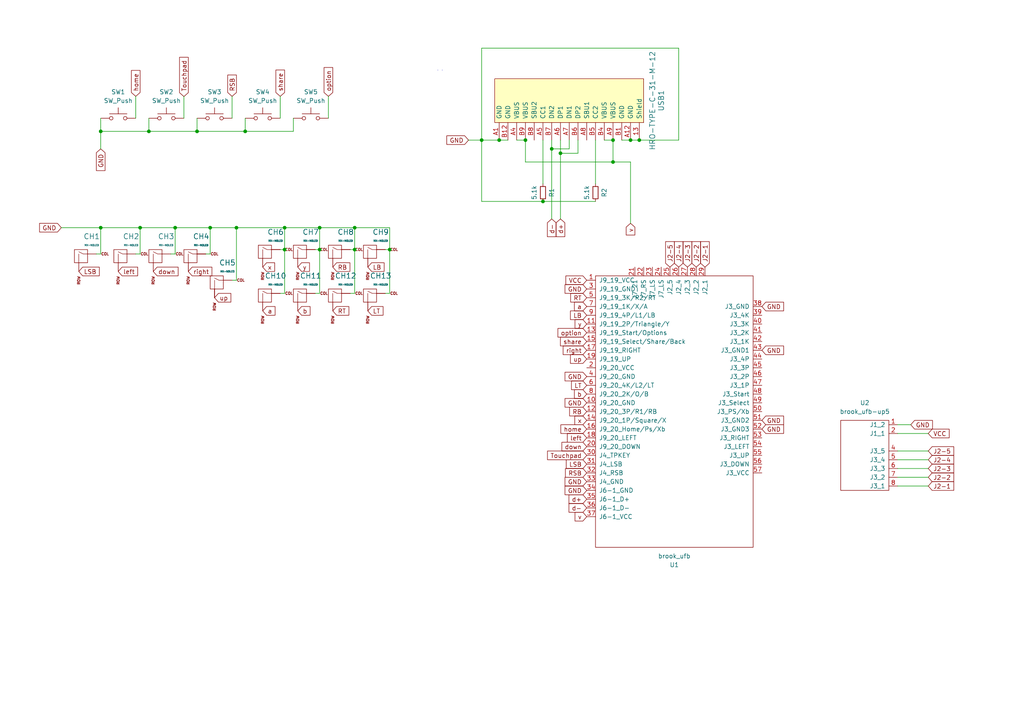
<source format=kicad_sch>
(kicad_sch (version 20230121) (generator eeschema)

  (uuid f6680525-eec9-4271-9619-0f670d1c9b54)

  (paper "A4")

  (lib_symbols
    (symbol "1 Resources:HRO-TYPE-C-31-M-12" (pin_names (offset 1.016)) (in_bom yes) (on_board yes)
      (property "Reference" "USB1" (at 0 27.94 0)
        (effects (font (size 1.524 1.524)))
      )
      (property "Value" "HRO-TYPE-C-31-M-12" (at 0 25.4 0)
        (effects (font (size 1.524 1.524)))
      )
      (property "Footprint" "" (at -20.32 1.27 0)
        (effects (font (size 1.524 1.524)) hide)
      )
      (property "Datasheet" "" (at -20.32 1.27 0)
        (effects (font (size 1.524 1.524)) hide)
      )
      (symbol "HRO-TYPE-C-31-M-12_1_1"
        (rectangle (start -6.35 22.86) (end 6.35 -20.32)
          (stroke (width 0) (type solid))
          (fill (type background))
        )
        (pin input line (at 11.43 21.59 180) (length 5.08)
          (name "Shield" (effects (font (size 1.27 1.27))))
          (number "13" (effects (font (size 1.27 1.27))))
        )
        (pin input line (at 11.43 -19.05 180) (length 5.08)
          (name "GND" (effects (font (size 1.27 1.27))))
          (number "A1" (effects (font (size 1.27 1.27))))
        )
        (pin input line (at 11.43 19.05 180) (length 5.08)
          (name "GND" (effects (font (size 1.27 1.27))))
          (number "A12" (effects (font (size 1.27 1.27))))
        )
        (pin input line (at 11.43 -13.97 180) (length 5.08)
          (name "VBUS" (effects (font (size 1.27 1.27))))
          (number "A4" (effects (font (size 1.27 1.27))))
        )
        (pin input line (at 11.43 -6.35 180) (length 5.08)
          (name "CC1" (effects (font (size 1.27 1.27))))
          (number "A5" (effects (font (size 1.27 1.27))))
        )
        (pin input line (at 11.43 -1.27 180) (length 5.08)
          (name "DP1" (effects (font (size 1.27 1.27))))
          (number "A6" (effects (font (size 1.27 1.27))))
        )
        (pin input line (at 11.43 1.27 180) (length 5.08)
          (name "DN1" (effects (font (size 1.27 1.27))))
          (number "A7" (effects (font (size 1.27 1.27))))
        )
        (pin input line (at 11.43 6.35 180) (length 5.08)
          (name "SBU1" (effects (font (size 1.27 1.27))))
          (number "A8" (effects (font (size 1.27 1.27))))
        )
        (pin input line (at 11.43 13.97 180) (length 5.08)
          (name "VBUS" (effects (font (size 1.27 1.27))))
          (number "A9" (effects (font (size 1.27 1.27))))
        )
        (pin input line (at 11.43 16.51 180) (length 5.08)
          (name "GND" (effects (font (size 1.27 1.27))))
          (number "B1" (effects (font (size 1.27 1.27))))
        )
        (pin input line (at 11.43 -16.51 180) (length 5.08)
          (name "GND" (effects (font (size 1.27 1.27))))
          (number "B12" (effects (font (size 1.27 1.27))))
        )
        (pin input line (at 11.43 11.43 180) (length 5.08)
          (name "VBUS" (effects (font (size 1.27 1.27))))
          (number "B4" (effects (font (size 1.27 1.27))))
        )
        (pin input line (at 11.43 8.89 180) (length 5.08)
          (name "CC2" (effects (font (size 1.27 1.27))))
          (number "B5" (effects (font (size 1.27 1.27))))
        )
        (pin input line (at 11.43 3.81 180) (length 5.08)
          (name "DP2" (effects (font (size 1.27 1.27))))
          (number "B6" (effects (font (size 1.27 1.27))))
        )
        (pin input line (at 11.43 -3.81 180) (length 5.08)
          (name "DN2" (effects (font (size 1.27 1.27))))
          (number "B7" (effects (font (size 1.27 1.27))))
        )
        (pin input line (at 11.43 -8.89 180) (length 5.08)
          (name "SBU2" (effects (font (size 1.27 1.27))))
          (number "B8" (effects (font (size 1.27 1.27))))
        )
        (pin input line (at 11.43 -11.43 180) (length 5.08)
          (name "VBUS" (effects (font (size 1.27 1.27))))
          (number "B9" (effects (font (size 1.27 1.27))))
        )
      )
    )
    (symbol "1 Resources:MX-NOLED" (pin_names (offset 1.016)) (in_bom yes) (on_board yes)
      (property "Reference" "MX" (at -0.635 3.81 0)
        (effects (font (size 1.524 1.524)))
      )
      (property "Value" "MX-NOLED" (at -5.08 2.54 0)
        (effects (font (size 0.508 0.508)))
      )
      (property "Footprint" "" (at -15.875 -0.635 0)
        (effects (font (size 1.524 1.524)) hide)
      )
      (property "Datasheet" "" (at -15.875 -0.635 0)
        (effects (font (size 1.524 1.524)) hide)
      )
      (symbol "MX-NOLED_0_0"
        (rectangle (start -2.54 2.54) (end 1.27 -1.27)
          (stroke (width 0) (type solid))
          (fill (type none))
        )
        (polyline
          (pts
            (xy -1.27 -1.27)
            (xy -1.27 1.27)
          )
          (stroke (width 0.127) (type solid))
          (fill (type none))
        )
        (polyline
          (pts
            (xy 1.27 1.27)
            (xy 0 1.27)
            (xy -1.27 1.905)
          )
          (stroke (width 0.127) (type solid))
          (fill (type none))
        )
        (text "COL" (at 6.35 1.27 0)
          (effects (font (size 0.762 0.762)))
        )
        (text "ROW" (at -1.27 -5.08 900)
          (effects (font (size 0.762 0.762)) (justify right))
        )
      )
      (symbol "MX-NOLED_1_1"
        (pin passive line (at 3.81 1.27 180) (length 2.54)
          (name "COL" (effects (font (size 0 0))))
          (number "1" (effects (font (size 0 0))))
        )
        (pin passive line (at -1.27 -3.81 90) (length 2.54)
          (name "ROW" (effects (font (size 0 0))))
          (number "2" (effects (font (size 0 0))))
        )
      )
    )
    (symbol "1 Resources:brook_ufb" (pin_names (offset 1.016)) (in_bom yes) (on_board yes)
      (property "Reference" "U" (at 0 0 0)
        (effects (font (size 1.27 1.27)))
      )
      (property "Value" "brook_ufb" (at 0 0 0)
        (effects (font (size 1.27 1.27)))
      )
      (property "Footprint" "" (at 0 0 0)
        (effects (font (size 1.27 1.27)) hide)
      )
      (property "Datasheet" "" (at 0 0 0)
        (effects (font (size 1.27 1.27)) hide)
      )
      (symbol "brook_ufb_0_1"
        (rectangle (start -39.37 22.86) (end 39.37 -22.86)
          (stroke (width 0) (type solid))
          (fill (type none))
        )
      )
      (symbol "brook_ufb_1_1"
        (pin input line (at 38.1 25.4 270) (length 2.54)
          (name "J9_19_VCC" (effects (font (size 1.27 1.27))))
          (number "1" (effects (font (size 1.27 1.27))))
        )
        (pin input line (at 2.54 25.4 270) (length 2.54)
          (name "J9_20_GND" (effects (font (size 1.27 1.27))))
          (number "10" (effects (font (size 1.27 1.27))))
        )
        (pin input line (at 25.4 25.4 270) (length 2.54)
          (name "J9_19_2P/Triangle/Y" (effects (font (size 1.27 1.27))))
          (number "11" (effects (font (size 1.27 1.27))))
        )
        (pin input line (at 0 25.4 270) (length 2.54)
          (name "J9_20_3P/R1/RB" (effects (font (size 1.27 1.27))))
          (number "12" (effects (font (size 1.27 1.27))))
        )
        (pin input line (at 22.86 25.4 270) (length 2.54)
          (name "J9_19_Start/Options" (effects (font (size 1.27 1.27))))
          (number "13" (effects (font (size 1.27 1.27))))
        )
        (pin input line (at -2.54 25.4 270) (length 2.54)
          (name "J9_20_1P/Square/X" (effects (font (size 1.27 1.27))))
          (number "14" (effects (font (size 1.27 1.27))))
        )
        (pin input line (at 20.32 25.4 270) (length 2.54)
          (name "J9_19_Select/Share/Back" (effects (font (size 1.27 1.27))))
          (number "15" (effects (font (size 1.27 1.27))))
        )
        (pin input line (at -5.08 25.4 270) (length 2.54)
          (name "J9_20_Home/Ps/Xb" (effects (font (size 1.27 1.27))))
          (number "16" (effects (font (size 1.27 1.27))))
        )
        (pin input line (at 17.78 25.4 270) (length 2.54)
          (name "J9_19_RIGHT" (effects (font (size 1.27 1.27))))
          (number "17" (effects (font (size 1.27 1.27))))
        )
        (pin input line (at -7.62 25.4 270) (length 2.54)
          (name "J9_20_LEFT" (effects (font (size 1.27 1.27))))
          (number "18" (effects (font (size 1.27 1.27))))
        )
        (pin input line (at 15.24 25.4 270) (length 2.54)
          (name "J9_19_UP" (effects (font (size 1.27 1.27))))
          (number "19" (effects (font (size 1.27 1.27))))
        )
        (pin input line (at 12.7 25.4 270) (length 2.54)
          (name "J9_20_VCC" (effects (font (size 1.27 1.27))))
          (number "2" (effects (font (size 1.27 1.27))))
        )
        (pin input line (at -10.16 25.4 270) (length 2.54)
          (name "J9_20_DOWN" (effects (font (size 1.27 1.27))))
          (number "20" (effects (font (size 1.27 1.27))))
        )
        (pin input line (at 41.91 11.43 180) (length 2.54)
          (name "J7_21" (effects (font (size 1.27 1.27))))
          (number "21" (effects (font (size 1.27 1.27))))
        )
        (pin input line (at 41.91 8.89 180) (length 2.54)
          (name "J7_RS" (effects (font (size 1.27 1.27))))
          (number "22" (effects (font (size 1.27 1.27))))
        )
        (pin input line (at 41.91 6.35 180) (length 2.54)
          (name "J7_LS" (effects (font (size 1.27 1.27))))
          (number "23" (effects (font (size 1.27 1.27))))
        )
        (pin input line (at 41.91 3.81 180) (length 2.54)
          (name "J7_LS" (effects (font (size 1.27 1.27))))
          (number "24" (effects (font (size 1.27 1.27))))
        )
        (pin input line (at 41.91 1.27 180) (length 2.54)
          (name "J2_5" (effects (font (size 1.27 1.27))))
          (number "25" (effects (font (size 1.27 1.27))))
        )
        (pin input line (at 41.91 -1.27 180) (length 2.54)
          (name "J2_4" (effects (font (size 1.27 1.27))))
          (number "26" (effects (font (size 1.27 1.27))))
        )
        (pin input line (at 41.91 -3.81 180) (length 2.54)
          (name "J2_3" (effects (font (size 1.27 1.27))))
          (number "27" (effects (font (size 1.27 1.27))))
        )
        (pin input line (at 41.91 -6.35 180) (length 2.54)
          (name "J2_2" (effects (font (size 1.27 1.27))))
          (number "28" (effects (font (size 1.27 1.27))))
        )
        (pin input line (at 41.91 -8.89 180) (length 2.54)
          (name "J2_1" (effects (font (size 1.27 1.27))))
          (number "29" (effects (font (size 1.27 1.27))))
        )
        (pin input line (at 35.56 25.4 270) (length 2.54)
          (name "J9_19_GND" (effects (font (size 1.27 1.27))))
          (number "3" (effects (font (size 1.27 1.27))))
        )
        (pin input line (at -12.7 25.4 270) (length 2.54)
          (name "J4_TPKEY" (effects (font (size 1.27 1.27))))
          (number "30" (effects (font (size 1.27 1.27))))
        )
        (pin input line (at -15.24 25.4 270) (length 2.54)
          (name "J4_LSB" (effects (font (size 1.27 1.27))))
          (number "31" (effects (font (size 1.27 1.27))))
        )
        (pin input line (at -17.78 25.4 270) (length 2.54)
          (name "J4_RSB" (effects (font (size 1.27 1.27))))
          (number "32" (effects (font (size 1.27 1.27))))
        )
        (pin input line (at -20.32 25.4 270) (length 2.54)
          (name "J4_GND" (effects (font (size 1.27 1.27))))
          (number "33" (effects (font (size 1.27 1.27))))
        )
        (pin input line (at -22.86 25.4 270) (length 2.54)
          (name "J6-1_GND" (effects (font (size 1.27 1.27))))
          (number "34" (effects (font (size 1.27 1.27))))
        )
        (pin input line (at -25.4 25.4 270) (length 2.54)
          (name "J6-1_D+" (effects (font (size 1.27 1.27))))
          (number "35" (effects (font (size 1.27 1.27))))
        )
        (pin input line (at -27.94 25.4 270) (length 2.54)
          (name "J6-1_D-" (effects (font (size 1.27 1.27))))
          (number "36" (effects (font (size 1.27 1.27))))
        )
        (pin input line (at -30.48 25.4 270) (length 2.54)
          (name "J6-1_VCC" (effects (font (size 1.27 1.27))))
          (number "37" (effects (font (size 1.27 1.27))))
        )
        (pin input line (at 30.48 -25.4 90) (length 2.54)
          (name "J3_GND" (effects (font (size 1.27 1.27))))
          (number "38" (effects (font (size 1.27 1.27))))
        )
        (pin input line (at 27.94 -25.4 90) (length 2.54)
          (name "J3_4K" (effects (font (size 1.27 1.27))))
          (number "39" (effects (font (size 1.27 1.27))))
        )
        (pin input line (at 10.16 25.4 270) (length 2.54)
          (name "J9_20_GND" (effects (font (size 1.27 1.27))))
          (number "4" (effects (font (size 1.27 1.27))))
        )
        (pin input line (at 25.4 -25.4 90) (length 2.54)
          (name "J3_3K" (effects (font (size 1.27 1.27))))
          (number "40" (effects (font (size 1.27 1.27))))
        )
        (pin input line (at 22.86 -25.4 90) (length 2.54)
          (name "J3_2K" (effects (font (size 1.27 1.27))))
          (number "41" (effects (font (size 1.27 1.27))))
        )
        (pin input line (at 20.32 -25.4 90) (length 2.54)
          (name "J3_1K" (effects (font (size 1.27 1.27))))
          (number "42" (effects (font (size 1.27 1.27))))
        )
        (pin input line (at 17.78 -25.4 90) (length 2.54)
          (name "J3_GND1" (effects (font (size 1.27 1.27))))
          (number "43" (effects (font (size 1.27 1.27))))
        )
        (pin input line (at 15.24 -25.4 90) (length 2.54)
          (name "J3_4P" (effects (font (size 1.27 1.27))))
          (number "44" (effects (font (size 1.27 1.27))))
        )
        (pin input line (at 12.7 -25.4 90) (length 2.54)
          (name "J3_3P" (effects (font (size 1.27 1.27))))
          (number "45" (effects (font (size 1.27 1.27))))
        )
        (pin input line (at 10.16 -25.4 90) (length 2.54)
          (name "J3_2P" (effects (font (size 1.27 1.27))))
          (number "46" (effects (font (size 1.27 1.27))))
        )
        (pin input line (at 7.62 -25.4 90) (length 2.54)
          (name "J3_1P" (effects (font (size 1.27 1.27))))
          (number "47" (effects (font (size 1.27 1.27))))
        )
        (pin input line (at 5.08 -25.4 90) (length 2.54)
          (name "J3_Start" (effects (font (size 1.27 1.27))))
          (number "48" (effects (font (size 1.27 1.27))))
        )
        (pin input line (at 2.54 -25.4 90) (length 2.54)
          (name "J3_Select" (effects (font (size 1.27 1.27))))
          (number "49" (effects (font (size 1.27 1.27))))
        )
        (pin input line (at 33.02 25.4 270) (length 2.54)
          (name "J9_19_3K/R2/RT" (effects (font (size 1.27 1.27))))
          (number "5" (effects (font (size 1.27 1.27))))
        )
        (pin input line (at 0 -25.4 90) (length 2.54)
          (name "J3_PS/Xb" (effects (font (size 1.27 1.27))))
          (number "50" (effects (font (size 1.27 1.27))))
        )
        (pin input line (at -2.54 -25.4 90) (length 2.54)
          (name "J3_GND2" (effects (font (size 1.27 1.27))))
          (number "51" (effects (font (size 1.27 1.27))))
        )
        (pin input line (at -5.08 -25.4 90) (length 2.54)
          (name "J3_GND3" (effects (font (size 1.27 1.27))))
          (number "52" (effects (font (size 1.27 1.27))))
        )
        (pin input line (at -7.62 -25.4 90) (length 2.54)
          (name "J3_RIGHT" (effects (font (size 1.27 1.27))))
          (number "53" (effects (font (size 1.27 1.27))))
        )
        (pin input line (at -10.16 -25.4 90) (length 2.54)
          (name "J3_LEFT" (effects (font (size 1.27 1.27))))
          (number "54" (effects (font (size 1.27 1.27))))
        )
        (pin input line (at -12.7 -25.4 90) (length 2.54)
          (name "J3_UP" (effects (font (size 1.27 1.27))))
          (number "55" (effects (font (size 1.27 1.27))))
        )
        (pin input line (at -15.24 -25.4 90) (length 2.54)
          (name "J3_DOWN" (effects (font (size 1.27 1.27))))
          (number "56" (effects (font (size 1.27 1.27))))
        )
        (pin input line (at -17.78 -25.4 90) (length 2.54)
          (name "J3_VCC" (effects (font (size 1.27 1.27))))
          (number "57" (effects (font (size 1.27 1.27))))
        )
        (pin input line (at 7.62 25.4 270) (length 2.54)
          (name "J9_20_4K/L2/LT" (effects (font (size 1.27 1.27))))
          (number "6" (effects (font (size 1.27 1.27))))
        )
        (pin input line (at 30.48 25.4 270) (length 2.54)
          (name "J9_19_1K/X/A" (effects (font (size 1.27 1.27))))
          (number "7" (effects (font (size 1.27 1.27))))
        )
        (pin input line (at 5.08 25.4 270) (length 2.54)
          (name "J9_20_2K/O/B" (effects (font (size 1.27 1.27))))
          (number "8" (effects (font (size 1.27 1.27))))
        )
        (pin input line (at 27.94 25.4 270) (length 2.54)
          (name "J9_19_4P/L1/LB" (effects (font (size 1.27 1.27))))
          (number "9" (effects (font (size 1.27 1.27))))
        )
      )
    )
    (symbol "1 Resources:brook_ufb-up5" (pin_names (offset 1.016)) (in_bom yes) (on_board yes)
      (property "Reference" "u" (at 0.9144 6.35 0)
        (effects (font (size 1.27 1.27)))
      )
      (property "Value" "brook_ufb-up5" (at 1.27 6.35 0)
        (effects (font (size 1.27 1.27)))
      )
      (property "Footprint" "" (at 21.59 38.1 0)
        (effects (font (size 1.27 1.27)) hide)
      )
      (property "Datasheet" "" (at 21.59 38.1 0)
        (effects (font (size 1.27 1.27)) hide)
      )
      (symbol "brook_ufb-up5_0_1"
        (rectangle (start -6.35 5.08) (end 7.62 -15.24)
          (stroke (width 0) (type solid))
          (fill (type none))
        )
      )
      (symbol "brook_ufb-up5_1_1"
        (pin input line (at 10.16 3.81 180) (length 2.54)
          (name "J1_2" (effects (font (size 1.27 1.27))))
          (number "1" (effects (font (size 1.27 1.27))))
        )
        (pin input line (at 10.16 1.27 180) (length 2.54)
          (name "J1_1" (effects (font (size 1.27 1.27))))
          (number "2" (effects (font (size 1.27 1.27))))
        )
        (pin input line (at 10.16 -3.81 180) (length 2.54)
          (name "J3_5" (effects (font (size 1.27 1.27))))
          (number "4" (effects (font (size 1.27 1.27))))
        )
        (pin input line (at 10.16 -6.35 180) (length 2.54)
          (name "J3_4" (effects (font (size 1.27 1.27))))
          (number "5" (effects (font (size 1.27 1.27))))
        )
        (pin input line (at 10.16 -8.89 180) (length 2.54)
          (name "J3_3" (effects (font (size 1.27 1.27))))
          (number "6" (effects (font (size 1.27 1.27))))
        )
        (pin input line (at 10.16 -11.43 180) (length 2.54)
          (name "J3_2" (effects (font (size 1.27 1.27))))
          (number "7" (effects (font (size 1.27 1.27))))
        )
        (pin input line (at 10.16 -13.97 180) (length 2.54)
          (name "J3_1" (effects (font (size 1.27 1.27))))
          (number "8" (effects (font (size 1.27 1.27))))
        )
      )
    )
    (symbol "Device:R_Small" (pin_numbers hide) (pin_names (offset 0.254) hide) (in_bom yes) (on_board yes)
      (property "Reference" "R" (at 0.762 0.508 0)
        (effects (font (size 1.27 1.27)) (justify left))
      )
      (property "Value" "R_Small" (at 0.762 -1.016 0)
        (effects (font (size 1.27 1.27)) (justify left))
      )
      (property "Footprint" "" (at 0 0 0)
        (effects (font (size 1.27 1.27)) hide)
      )
      (property "Datasheet" "~" (at 0 0 0)
        (effects (font (size 1.27 1.27)) hide)
      )
      (property "ki_keywords" "R resistor" (at 0 0 0)
        (effects (font (size 1.27 1.27)) hide)
      )
      (property "ki_description" "Resistor, small symbol" (at 0 0 0)
        (effects (font (size 1.27 1.27)) hide)
      )
      (property "ki_fp_filters" "R_*" (at 0 0 0)
        (effects (font (size 1.27 1.27)) hide)
      )
      (symbol "R_Small_0_1"
        (rectangle (start -0.762 1.778) (end 0.762 -1.778)
          (stroke (width 0.2032) (type default))
          (fill (type none))
        )
      )
      (symbol "R_Small_1_1"
        (pin passive line (at 0 2.54 270) (length 0.762)
          (name "~" (effects (font (size 1.27 1.27))))
          (number "1" (effects (font (size 1.27 1.27))))
        )
        (pin passive line (at 0 -2.54 90) (length 0.762)
          (name "~" (effects (font (size 1.27 1.27))))
          (number "2" (effects (font (size 1.27 1.27))))
        )
      )
    )
    (symbol "Switch:SW_Push" (pin_numbers hide) (pin_names (offset 1.016) hide) (in_bom yes) (on_board yes)
      (property "Reference" "SW" (at 1.27 2.54 0)
        (effects (font (size 1.27 1.27)) (justify left))
      )
      (property "Value" "SW_Push" (at 0 -1.524 0)
        (effects (font (size 1.27 1.27)))
      )
      (property "Footprint" "" (at 0 5.08 0)
        (effects (font (size 1.27 1.27)) hide)
      )
      (property "Datasheet" "~" (at 0 5.08 0)
        (effects (font (size 1.27 1.27)) hide)
      )
      (property "ki_keywords" "switch normally-open pushbutton push-button" (at 0 0 0)
        (effects (font (size 1.27 1.27)) hide)
      )
      (property "ki_description" "Push button switch, generic, two pins" (at 0 0 0)
        (effects (font (size 1.27 1.27)) hide)
      )
      (symbol "SW_Push_0_1"
        (circle (center -2.032 0) (radius 0.508)
          (stroke (width 0) (type default))
          (fill (type none))
        )
        (polyline
          (pts
            (xy 0 1.27)
            (xy 0 3.048)
          )
          (stroke (width 0) (type default))
          (fill (type none))
        )
        (polyline
          (pts
            (xy 2.54 1.27)
            (xy -2.54 1.27)
          )
          (stroke (width 0) (type default))
          (fill (type none))
        )
        (circle (center 2.032 0) (radius 0.508)
          (stroke (width 0) (type default))
          (fill (type none))
        )
        (pin passive line (at -5.08 0 0) (length 2.54)
          (name "1" (effects (font (size 1.27 1.27))))
          (number "1" (effects (font (size 1.27 1.27))))
        )
        (pin passive line (at 5.08 0 180) (length 2.54)
          (name "2" (effects (font (size 1.27 1.27))))
          (number "2" (effects (font (size 1.27 1.27))))
        )
      )
    )
  )

  (junction (at 71.12 38.1) (diameter 0) (color 0 0 0 0)
    (uuid 04ca0a01-dd90-4476-9ef0-2e446fc1662c)
  )
  (junction (at 50.8 66.04) (diameter 0) (color 0 0 0 0)
    (uuid 0cacdb31-a30e-424c-87c2-fd460500a153)
  )
  (junction (at 92.71 72.39) (diameter 0) (color 0 0 0 0)
    (uuid 0fc368c1-d8e3-47a7-8e66-e3ffe41e0002)
  )
  (junction (at 40.64 66.04) (diameter 0) (color 0 0 0 0)
    (uuid 2db80e9f-1f94-40a2-9169-1bd4cd171670)
  )
  (junction (at 152.4 40.64) (diameter 0) (color 0 0 0 0)
    (uuid 2f5dc6be-b67f-44b1-a0f5-1ef7dc947495)
  )
  (junction (at 43.18 38.1) (diameter 0) (color 0 0 0 0)
    (uuid 3398d358-c37d-47f0-8a8e-5ecee8171006)
  )
  (junction (at 185.42 40.64) (diameter 0) (color 0 0 0 0)
    (uuid 36603f1c-24d4-45ce-bd68-03d579d550f7)
  )
  (junction (at 82.55 66.04) (diameter 0) (color 0 0 0 0)
    (uuid 422a2555-b295-4f88-bdb8-ef4378cbfb45)
  )
  (junction (at 57.15 38.1) (diameter 0) (color 0 0 0 0)
    (uuid 464cc079-8fc2-4262-8001-3952e47d4f06)
  )
  (junction (at 177.8 40.64) (diameter 0) (color 0 0 0 0)
    (uuid 50ef50ec-8a08-4e9a-b71f-6dc3135a3a2a)
  )
  (junction (at 113.03 72.39) (diameter 0) (color 0 0 0 0)
    (uuid 609a3ac1-92fb-4f11-9b1a-44b31a729489)
  )
  (junction (at 157.48 58.42) (diameter 0) (color 0 0 0 0)
    (uuid 672019c4-429d-4554-9d9f-bb531260241a)
  )
  (junction (at 102.87 72.39) (diameter 0) (color 0 0 0 0)
    (uuid 67bd96ea-0ba1-4ce1-b357-55fda1f270fc)
  )
  (junction (at 68.58 66.04) (diameter 0) (color 0 0 0 0)
    (uuid 69385aff-42b0-46d7-ac0c-b513b860af73)
  )
  (junction (at 82.55 72.39) (diameter 0) (color 0 0 0 0)
    (uuid 6ad84ac6-027a-4ead-8d3f-739cea9d5654)
  )
  (junction (at 182.88 40.64) (diameter 0) (color 0 0 0 0)
    (uuid 78605c7a-9f4f-4208-ae4b-0378cf106110)
  )
  (junction (at 102.87 66.04) (diameter 0) (color 0 0 0 0)
    (uuid 793fa17b-c15d-46ea-b3f3-81c8f235c4e7)
  )
  (junction (at 162.56 44.45) (diameter 0) (color 0 0 0 0)
    (uuid 82f39bdf-71f6-4963-bf9f-e21bcedab8a6)
  )
  (junction (at 177.8 46.99) (diameter 0) (color 0 0 0 0)
    (uuid 88966bc5-d315-4913-a98c-670959b8ce69)
  )
  (junction (at 29.21 38.1) (diameter 0) (color 0 0 0 0)
    (uuid 9d0b0f17-1f94-45ea-b62a-e96ddc0eb02f)
  )
  (junction (at 144.78 40.64) (diameter 0) (color 0 0 0 0)
    (uuid abfb09b4-fc0e-4779-91e5-5d48f0782820)
  )
  (junction (at 60.96 66.04) (diameter 0) (color 0 0 0 0)
    (uuid afbb98aa-8dea-42e5-9280-61e2600c719d)
  )
  (junction (at 139.7 40.64) (diameter 0) (color 0 0 0 0)
    (uuid c68cbdb4-29ae-4ea1-a8c4-cd33cbf4ef99)
  )
  (junction (at 29.21 66.04) (diameter 0) (color 0 0 0 0)
    (uuid d283bc7d-9571-4fbe-a86e-fd86c5e2d736)
  )
  (junction (at 160.02 43.18) (diameter 0) (color 0 0 0 0)
    (uuid e2197b9d-8acd-4556-8471-319ba2985b4e)
  )
  (junction (at 92.71 66.04) (diameter 0) (color 0 0 0 0)
    (uuid e41a1b21-95f6-4952-8144-0c76a338a49b)
  )

  (wire (pts (xy 81.28 85.09) (xy 82.55 85.09))
    (stroke (width 0) (type default))
    (uuid 04f20276-e0a7-4a96-bdf6-67937c22a0a0)
  )
  (wire (pts (xy 167.64 44.45) (xy 162.56 44.45))
    (stroke (width 0) (type default))
    (uuid 0e9b2ae9-5a01-4c6d-9bbd-7d73b6bc0262)
  )
  (wire (pts (xy 139.7 58.42) (xy 139.7 40.64))
    (stroke (width 0) (type default))
    (uuid 0f9100d9-98a3-46e3-be61-ead3eddfc094)
  )
  (wire (pts (xy 101.6 72.39) (xy 102.87 72.39))
    (stroke (width 0) (type default))
    (uuid 0fa6b0f7-1881-44ce-a72d-cd4541a247f8)
  )
  (wire (pts (xy 95.25 34.29) (xy 95.25 27.94))
    (stroke (width 0) (type default))
    (uuid 1148bf89-c62a-4d2c-9489-abce0eb39875)
  )
  (wire (pts (xy 67.31 34.29) (xy 67.31 27.94))
    (stroke (width 0) (type default))
    (uuid 1361b0d3-006c-4bb2-a15b-c1de04eecbf3)
  )
  (wire (pts (xy 165.1 40.64) (xy 165.1 43.18))
    (stroke (width 0) (type default))
    (uuid 1a8a403c-5803-47dd-b1ca-31b8e5f04c19)
  )
  (wire (pts (xy 60.96 66.04) (xy 60.96 73.66))
    (stroke (width 0) (type default))
    (uuid 1ffb9695-0c04-4aed-ad85-013148d9392a)
  )
  (wire (pts (xy 185.42 40.64) (xy 196.85 40.64))
    (stroke (width 0) (type default))
    (uuid 206e0cf1-04cc-4f37-904d-a182d5144f13)
  )
  (wire (pts (xy 39.37 34.29) (xy 39.37 27.94))
    (stroke (width 0) (type default))
    (uuid 22e987eb-590d-4aab-b39e-0bbd4117fbdf)
  )
  (wire (pts (xy 39.37 73.66) (xy 40.64 73.66))
    (stroke (width 0) (type default))
    (uuid 245810c2-06db-4128-842f-7e7fa42ffa1b)
  )
  (wire (pts (xy 152.4 46.99) (xy 177.8 46.99))
    (stroke (width 0) (type default))
    (uuid 29293492-fea0-4a4f-bbf2-1a459339e7f3)
  )
  (wire (pts (xy 196.85 13.97) (xy 139.7 13.97))
    (stroke (width 0) (type default))
    (uuid 2bdc90f5-fd6d-4f40-b8c4-047cdeae574c)
  )
  (wire (pts (xy 260.35 125.73) (xy 269.24 125.73))
    (stroke (width 0) (type default))
    (uuid 2c5cf5f7-61e7-4775-8261-5968fe41d8ff)
  )
  (wire (pts (xy 85.09 34.29) (xy 85.09 38.1))
    (stroke (width 0) (type default))
    (uuid 30d052e6-b4e1-4277-86c9-d3dc8e8e1326)
  )
  (wire (pts (xy 43.18 38.1) (xy 57.15 38.1))
    (stroke (width 0) (type default))
    (uuid 33477874-6578-4286-8f19-8d04a7a05e55)
  )
  (wire (pts (xy 82.55 66.04) (xy 82.55 72.39))
    (stroke (width 0) (type default))
    (uuid 3e875453-222c-4f51-b780-722884b0d4e8)
  )
  (wire (pts (xy 260.35 138.43) (xy 269.24 138.43))
    (stroke (width 0) (type default))
    (uuid 3f1ca368-3e18-4cc3-a617-2a07e70f0436)
  )
  (wire (pts (xy 180.34 40.64) (xy 182.88 40.64))
    (stroke (width 0) (type default))
    (uuid 3f50406a-bcba-4e7c-b53e-958ba80167ff)
  )
  (wire (pts (xy 59.69 73.66) (xy 60.96 73.66))
    (stroke (width 0) (type default))
    (uuid 4bc6b3ed-ba5b-4ada-9757-d02b76358577)
  )
  (wire (pts (xy 92.71 85.09) (xy 92.71 72.39))
    (stroke (width 0) (type default))
    (uuid 4c4e9364-97be-4fca-9765-3c4a08c147c6)
  )
  (wire (pts (xy 49.53 73.66) (xy 50.8 73.66))
    (stroke (width 0) (type default))
    (uuid 4c8bde7f-be33-4b86-82f2-27065b316907)
  )
  (wire (pts (xy 40.64 66.04) (xy 50.8 66.04))
    (stroke (width 0) (type default))
    (uuid 4e968415-845e-4b48-b2b5-821a87b2b2fa)
  )
  (wire (pts (xy 260.35 140.97) (xy 269.24 140.97))
    (stroke (width 0) (type default))
    (uuid 4f03a6ef-8031-4d05-94b1-99fc8248077e)
  )
  (wire (pts (xy 260.35 130.81) (xy 269.24 130.81))
    (stroke (width 0) (type default))
    (uuid 51c0a60b-6a35-4443-8f61-d589189272e6)
  )
  (wire (pts (xy 157.48 40.64) (xy 157.48 53.34))
    (stroke (width 0) (type default))
    (uuid 51f3d954-31cd-4722-ba2b-b8c548c5255f)
  )
  (wire (pts (xy 81.28 72.39) (xy 82.55 72.39))
    (stroke (width 0) (type default))
    (uuid 53b5fbba-b03b-4cf1-9e20-a96d446aaf14)
  )
  (wire (pts (xy 144.78 40.64) (xy 147.32 40.64))
    (stroke (width 0) (type default))
    (uuid 53b8d487-9732-41bb-815d-75d8097a727f)
  )
  (wire (pts (xy 67.31 81.28) (xy 68.58 81.28))
    (stroke (width 0) (type default))
    (uuid 53cc39a9-40bb-416a-b671-0ab4ff585303)
  )
  (wire (pts (xy 40.64 66.04) (xy 40.64 73.66))
    (stroke (width 0) (type default))
    (uuid 5483cb73-8547-429b-adc0-b1237d9b6d96)
  )
  (wire (pts (xy 17.78 66.04) (xy 29.21 66.04))
    (stroke (width 0) (type default))
    (uuid 55791638-c76e-4564-9d4b-294a0aa71281)
  )
  (wire (pts (xy 101.6 85.09) (xy 102.87 85.09))
    (stroke (width 0) (type default))
    (uuid 5aaaef6f-2de4-410a-8703-69bf7a28fc9b)
  )
  (wire (pts (xy 162.56 44.45) (xy 162.56 63.5))
    (stroke (width 0) (type default))
    (uuid 5b145b1f-9795-4126-87a8-b3b14a18002d)
  )
  (wire (pts (xy 175.26 40.64) (xy 177.8 40.64))
    (stroke (width 0) (type default))
    (uuid 5c698f74-7a73-452e-861c-7afcb01f17ba)
  )
  (wire (pts (xy 71.12 34.29) (xy 71.12 38.1))
    (stroke (width 0) (type default))
    (uuid 5e18b632-95bf-4230-b4ab-2c5b1aedd867)
  )
  (wire (pts (xy 113.03 85.09) (xy 113.03 72.39))
    (stroke (width 0) (type default))
    (uuid 65f5b7d6-2019-4dcf-b416-e926c7fdafa3)
  )
  (wire (pts (xy 57.15 38.1) (xy 71.12 38.1))
    (stroke (width 0) (type default))
    (uuid 66b4d60e-2844-438c-b1a0-dad11f0ba190)
  )
  (wire (pts (xy 113.03 72.39) (xy 113.03 66.04))
    (stroke (width 0) (type default))
    (uuid 66dfb8e5-1c65-43fe-ad4c-6785aed4e4ca)
  )
  (wire (pts (xy 149.86 40.64) (xy 152.4 40.64))
    (stroke (width 0) (type default))
    (uuid 699006c3-1513-4ce4-a2f4-dbef4b7d781d)
  )
  (wire (pts (xy 165.1 43.18) (xy 160.02 43.18))
    (stroke (width 0) (type default))
    (uuid 6cd20add-d139-4425-9231-46d60560fdea)
  )
  (wire (pts (xy 91.44 72.39) (xy 92.71 72.39))
    (stroke (width 0) (type default))
    (uuid 6dd15d60-fd27-44a4-87e2-e782ed7631c1)
  )
  (wire (pts (xy 172.72 40.64) (xy 172.72 53.34))
    (stroke (width 0) (type default))
    (uuid 711a3094-7f67-46b3-98b6-1d0ec2c593bd)
  )
  (wire (pts (xy 92.71 72.39) (xy 92.71 66.04))
    (stroke (width 0) (type default))
    (uuid 71673744-a115-4ee1-9d5a-89502c0d7d2c)
  )
  (wire (pts (xy 160.02 43.18) (xy 160.02 63.5))
    (stroke (width 0) (type default))
    (uuid 724a022b-4e83-4b1d-b236-cd6d6566524d)
  )
  (wire (pts (xy 71.12 38.1) (xy 85.09 38.1))
    (stroke (width 0) (type default))
    (uuid 73564c07-2aa3-4324-ba3d-39745a7b8910)
  )
  (wire (pts (xy 82.55 66.04) (xy 92.71 66.04))
    (stroke (width 0) (type default))
    (uuid 74b535e2-522f-46a7-b544-6c4787031104)
  )
  (wire (pts (xy 182.88 46.99) (xy 182.88 64.77))
    (stroke (width 0) (type default))
    (uuid 76f54801-4974-4fe3-912f-f06bc4e1582d)
  )
  (wire (pts (xy 50.8 66.04) (xy 50.8 73.66))
    (stroke (width 0) (type default))
    (uuid 78c3c57a-3112-4e26-8201-01a5a7471dcc)
  )
  (wire (pts (xy 260.35 133.35) (xy 269.24 133.35))
    (stroke (width 0) (type default))
    (uuid 7faeb0eb-486c-458c-8173-9198c4c53925)
  )
  (wire (pts (xy 57.15 34.29) (xy 57.15 38.1))
    (stroke (width 0) (type default))
    (uuid 8277ea70-f022-43ac-bc19-c171f622ecb5)
  )
  (wire (pts (xy 111.76 72.39) (xy 113.03 72.39))
    (stroke (width 0) (type default))
    (uuid 85dd4154-d9a2-4bdd-95a7-bd8721bf525a)
  )
  (wire (pts (xy 102.87 72.39) (xy 102.87 66.04))
    (stroke (width 0) (type default))
    (uuid 8722bc45-fabc-4853-9bfb-03273dbfce9b)
  )
  (wire (pts (xy 260.35 123.19) (xy 264.16 123.19))
    (stroke (width 0) (type default))
    (uuid 87bee74f-9c02-4398-9179-dcb0e6eb6b00)
  )
  (wire (pts (xy 81.28 34.29) (xy 81.28 27.94))
    (stroke (width 0) (type default))
    (uuid 8e86c001-0c1e-4c93-8afd-99f112cd4b4f)
  )
  (wire (pts (xy 82.55 72.39) (xy 82.55 85.09))
    (stroke (width 0) (type default))
    (uuid 92fc3707-575c-489c-bea9-a33e30b7854d)
  )
  (wire (pts (xy 177.8 40.64) (xy 177.8 46.99))
    (stroke (width 0) (type default))
    (uuid a3731ec8-4253-4aff-9848-1d67636ee183)
  )
  (wire (pts (xy 260.35 135.89) (xy 269.24 135.89))
    (stroke (width 0) (type default))
    (uuid a589ca92-7fb8-4e39-aba2-250cb839a81f)
  )
  (wire (pts (xy 29.21 38.1) (xy 43.18 38.1))
    (stroke (width 0) (type default))
    (uuid b63fb018-622a-449c-9a2e-641c6253c8b4)
  )
  (wire (pts (xy 43.18 34.29) (xy 43.18 38.1))
    (stroke (width 0) (type default))
    (uuid b6834ba5-c708-4570-bd63-23028d098802)
  )
  (wire (pts (xy 102.87 66.04) (xy 113.03 66.04))
    (stroke (width 0) (type default))
    (uuid b7c6c492-9457-4bfe-865e-c139850504ae)
  )
  (wire (pts (xy 152.4 40.64) (xy 152.4 46.99))
    (stroke (width 0) (type default))
    (uuid bef0f3f5-da95-4e8b-9270-3e97399107c9)
  )
  (wire (pts (xy 27.94 73.66) (xy 29.21 73.66))
    (stroke (width 0) (type default))
    (uuid c53affd6-d997-4395-b9bf-50c19653434c)
  )
  (wire (pts (xy 68.58 66.04) (xy 68.58 81.28))
    (stroke (width 0) (type default))
    (uuid c57cebbe-482e-4485-b736-89690eb9100d)
  )
  (wire (pts (xy 92.71 66.04) (xy 102.87 66.04))
    (stroke (width 0) (type default))
    (uuid c66ff60b-d855-4f70-8ebe-ddba109d94f3)
  )
  (wire (pts (xy 91.44 85.09) (xy 92.71 85.09))
    (stroke (width 0) (type default))
    (uuid c6b9d1dc-fa5d-49c6-af94-c49cb3d34b32)
  )
  (wire (pts (xy 29.21 38.1) (xy 29.21 43.18))
    (stroke (width 0) (type default))
    (uuid ca5d17ed-2b0f-4a67-8a49-6318d2229136)
  )
  (wire (pts (xy 157.48 58.42) (xy 139.7 58.42))
    (stroke (width 0) (type default))
    (uuid ca799f2c-fdf2-4bd2-a974-e74ea483dc32)
  )
  (wire (pts (xy 139.7 40.64) (xy 144.78 40.64))
    (stroke (width 0) (type default))
    (uuid cb917627-6696-4422-ba66-d5ebab8a70db)
  )
  (wire (pts (xy 167.64 40.64) (xy 167.64 44.45))
    (stroke (width 0) (type default))
    (uuid d5f03057-c20d-4dd1-bb1b-8bb3c8baf00b)
  )
  (wire (pts (xy 162.56 40.64) (xy 162.56 44.45))
    (stroke (width 0) (type default))
    (uuid d79f4e05-8917-4e52-9228-cc472c6fa246)
  )
  (wire (pts (xy 60.96 66.04) (xy 68.58 66.04))
    (stroke (width 0) (type default))
    (uuid dc284bbc-7244-4eb5-8dc1-05112d8efbec)
  )
  (wire (pts (xy 50.8 66.04) (xy 60.96 66.04))
    (stroke (width 0) (type default))
    (uuid df3a0957-d110-4b25-a64a-03a6366d536a)
  )
  (wire (pts (xy 29.21 66.04) (xy 40.64 66.04))
    (stroke (width 0) (type default))
    (uuid e29e1cd5-6865-4b09-8c77-b0d09cffe2e3)
  )
  (wire (pts (xy 29.21 34.29) (xy 29.21 38.1))
    (stroke (width 0) (type default))
    (uuid e63911d6-4d84-431f-a9cc-79781c326df6)
  )
  (wire (pts (xy 102.87 85.09) (xy 102.87 72.39))
    (stroke (width 0) (type default))
    (uuid e8e50b6b-bc06-4d55-b4b2-177248ab4379)
  )
  (wire (pts (xy 196.85 40.64) (xy 196.85 13.97))
    (stroke (width 0) (type default))
    (uuid eaca5ecb-dde2-4e28-8bfa-7a18df2bbb06)
  )
  (wire (pts (xy 182.88 40.64) (xy 185.42 40.64))
    (stroke (width 0) (type default))
    (uuid ed346309-2967-4e57-a74d-56cf2112a8d3)
  )
  (wire (pts (xy 139.7 13.97) (xy 139.7 40.64))
    (stroke (width 0) (type default))
    (uuid efa5ed22-6521-466e-8c80-65951f46f51c)
  )
  (wire (pts (xy 29.21 66.04) (xy 29.21 73.66))
    (stroke (width 0) (type default))
    (uuid f7b418db-ddf1-48db-8b57-4ae55b2198ed)
  )
  (wire (pts (xy 177.8 46.99) (xy 182.88 46.99))
    (stroke (width 0) (type default))
    (uuid f93fd3e8-fef7-42ad-a423-14acdc458c01)
  )
  (wire (pts (xy 160.02 40.64) (xy 160.02 43.18))
    (stroke (width 0) (type default))
    (uuid fa44088a-cae2-42b6-ab4f-85877f6c681d)
  )
  (wire (pts (xy 157.48 58.42) (xy 172.72 58.42))
    (stroke (width 0) (type default))
    (uuid fae49264-d2ff-4dfe-89c4-319f01acfa6f)
  )
  (wire (pts (xy 135.89 40.64) (xy 139.7 40.64))
    (stroke (width 0) (type default))
    (uuid fbd163f6-31d4-400e-95e2-a6d5d0925802)
  )
  (wire (pts (xy 68.58 66.04) (xy 82.55 66.04))
    (stroke (width 0) (type default))
    (uuid fcfc07bc-8029-4073-9cda-2aed794d3080)
  )
  (wire (pts (xy 53.34 34.29) (xy 53.34 27.94))
    (stroke (width 0) (type default))
    (uuid fda34f15-c294-40d0-8f43-bdd0ba7db814)
  )
  (wire (pts (xy 111.76 85.09) (xy 113.03 85.09))
    (stroke (width 0) (type default))
    (uuid fede657e-2d0b-461b-a9dc-fb6f61cb1771)
  )

  (rectangle (start 128.27 20.32) (end 128.27 20.32)
    (stroke (width 0) (type default))
    (fill (type none))
    (uuid 208c687e-2a29-42b3-ad9c-55e593412998)
  )
  (rectangle (start 127 20.32) (end 127 20.32)
    (stroke (width 0) (type default))
    (fill (type none))
    (uuid d6586cda-2173-4035-b41b-4b996dc22c1d)
  )

  (global_label "Touchpad" (shape input) (at 53.34 27.9948 90) (fields_autoplaced)
    (effects (font (size 1.27 1.27)) (justify left))
    (uuid 04d2b95e-4cf8-4afa-921a-ff160066f83a)
    (property "Intersheetrefs" "${INTERSHEET_REFS}" (at 53.34 16.1388 90)
      (effects (font (size 1.27 1.27)) (justify left) hide)
    )
  )
  (global_label "down" (shape input) (at 44.45 78.74 0) (fields_autoplaced)
    (effects (font (size 1.27 1.27)) (justify left))
    (uuid 04eebb04-7ee1-4b4e-9449-8d8962766b7a)
    (property "Intersheetrefs" "${INTERSHEET_REFS}" (at 52.1333 78.74 0)
      (effects (font (size 1.27 1.27)) (justify left) hide)
    )
  )
  (global_label "J2-5" (shape input) (at 269.24 130.81 0) (fields_autoplaced)
    (effects (font (size 1.27 1.27)) (justify left))
    (uuid 0547539a-2161-4d65-8958-a5e753da58a9)
    (property "Intersheetrefs" "${INTERSHEET_REFS}" (at 277.1048 130.81 0)
      (effects (font (size 1.27 1.27)) (justify left) hide)
    )
  )
  (global_label "RB" (shape input) (at 170.18 119.38 180) (fields_autoplaced)
    (effects (font (size 1.27 1.27)) (justify right))
    (uuid 18724370-5fa6-4eda-83d9-25ff31fbfa3f)
    (property "Intersheetrefs" "${INTERSHEET_REFS}" (at 164.7342 119.38 0)
      (effects (font (size 1.27 1.27)) (justify right) hide)
    )
  )
  (global_label "J2-4" (shape input) (at 196.85 77.47 90) (fields_autoplaced)
    (effects (font (size 1.27 1.27)) (justify left))
    (uuid 1a10067e-f8ca-4824-8141-95ae62187b22)
    (property "Intersheetrefs" "${INTERSHEET_REFS}" (at 196.85 69.6052 90)
      (effects (font (size 1.27 1.27)) (justify left) hide)
    )
  )
  (global_label "LT" (shape input) (at 106.68 90.17 0) (fields_autoplaced)
    (effects (font (size 1.27 1.27)) (justify left))
    (uuid 1ab5f63b-220d-4eef-9aa1-3c29c18ef46e)
    (property "Intersheetrefs" "${INTERSHEET_REFS}" (at 111.5815 90.17 0)
      (effects (font (size 1.27 1.27)) (justify left) hide)
    )
  )
  (global_label "GND" (shape input) (at 29.21 43.18 270) (fields_autoplaced)
    (effects (font (size 1.27 1.27)) (justify right))
    (uuid 1bb6fc59-c28f-4b1a-827f-25476f7c29d7)
    (property "Intersheetrefs" "${INTERSHEET_REFS}" (at 29.21 49.9563 90)
      (effects (font (size 1.27 1.27)) (justify right) hide)
    )
  )
  (global_label "LB" (shape input) (at 170.18 91.44 180) (fields_autoplaced)
    (effects (font (size 1.27 1.27)) (justify right))
    (uuid 1cb41174-1129-4671-a8f6-5ebcd890974c)
    (property "Intersheetrefs" "${INTERSHEET_REFS}" (at 164.9761 91.44 0)
      (effects (font (size 1.27 1.27)) (justify right) hide)
    )
  )
  (global_label "right" (shape input) (at 54.61 78.74 0) (fields_autoplaced)
    (effects (font (size 1.27 1.27)) (justify left))
    (uuid 25f2a3aa-e099-4451-a5a5-ab07b3fe9143)
    (property "Intersheetrefs" "${INTERSHEET_REFS}" (at 61.9305 78.74 0)
      (effects (font (size 1.27 1.27)) (justify left) hide)
    )
  )
  (global_label "GND" (shape input) (at 170.18 142.24 180) (fields_autoplaced)
    (effects (font (size 1.27 1.27)) (justify right))
    (uuid 27e76208-1e07-4f7a-9834-ec844a5f7bae)
    (property "Intersheetrefs" "${INTERSHEET_REFS}" (at 163.4037 142.24 0)
      (effects (font (size 1.27 1.27)) (justify right) hide)
    )
  )
  (global_label "GND" (shape input) (at 220.98 88.9 0) (fields_autoplaced)
    (effects (font (size 1.27 1.27)) (justify left))
    (uuid 2aa468e0-1245-47a3-85ec-9a629411d4be)
    (property "Intersheetrefs" "${INTERSHEET_REFS}" (at 227.7563 88.9 0)
      (effects (font (size 1.27 1.27)) (justify left) hide)
    )
  )
  (global_label "RT" (shape input) (at 170.18 86.36 180) (fields_autoplaced)
    (effects (font (size 1.27 1.27)) (justify right))
    (uuid 3606899e-1ce9-42f9-ad44-3df53a746a7e)
    (property "Intersheetrefs" "${INTERSHEET_REFS}" (at 165.0366 86.36 0)
      (effects (font (size 1.27 1.27)) (justify right) hide)
    )
  )
  (global_label "d+" (shape input) (at 170.18 144.78 180) (fields_autoplaced)
    (effects (font (size 1.27 1.27)) (justify right))
    (uuid 372f04a6-ca0d-472b-a5a1-368e68d21d7c)
    (property "Intersheetrefs" "${INTERSHEET_REFS}" (at 164.5528 144.78 0)
      (effects (font (size 1.27 1.27)) (justify right) hide)
    )
  )
  (global_label "J2-4" (shape input) (at 269.24 133.35 0) (fields_autoplaced)
    (effects (font (size 1.27 1.27)) (justify left))
    (uuid 3f637fc3-3d8e-4caa-9aa3-ce022ddefd29)
    (property "Intersheetrefs" "${INTERSHEET_REFS}" (at 277.1048 133.35 0)
      (effects (font (size 1.27 1.27)) (justify left) hide)
    )
  )
  (global_label "VCC" (shape input) (at 170.18 81.28 180) (fields_autoplaced)
    (effects (font (size 1.27 1.27)) (justify right))
    (uuid 470a0c89-b2f8-4b89-a4ba-ad5ee6753813)
    (property "Intersheetrefs" "${INTERSHEET_REFS}" (at 163.6456 81.28 0)
      (effects (font (size 1.27 1.27)) (justify right) hide)
    )
  )
  (global_label "VCC" (shape input) (at 269.24 125.73 0) (fields_autoplaced)
    (effects (font (size 1.27 1.27)) (justify left))
    (uuid 4872764c-f57b-4f0d-b49b-5576e0388240)
    (property "Intersheetrefs" "${INTERSHEET_REFS}" (at 275.7744 125.73 0)
      (effects (font (size 1.27 1.27)) (justify left) hide)
    )
  )
  (global_label "RSB" (shape input) (at 67.31 27.94 90) (fields_autoplaced)
    (effects (font (size 1.27 1.27)) (justify left))
    (uuid 48e0142f-675f-4357-94ff-52613d888753)
    (property "Intersheetrefs" "${INTERSHEET_REFS}" (at 67.31 21.2847 90)
      (effects (font (size 1.27 1.27)) (justify left) hide)
    )
  )
  (global_label "left" (shape input) (at 34.29 78.74 0) (fields_autoplaced)
    (effects (font (size 1.27 1.27)) (justify left))
    (uuid 4e9466d5-2189-49c4-92bf-c34d53adebeb)
    (property "Intersheetrefs" "${INTERSHEET_REFS}" (at 40.401 78.74 0)
      (effects (font (size 1.27 1.27)) (justify left) hide)
    )
  )
  (global_label "Touchpad" (shape input) (at 170.18 132.08 180) (fields_autoplaced)
    (effects (font (size 1.27 1.27)) (justify right))
    (uuid 5107173e-73d1-4d0e-bb55-dcc540f4b058)
    (property "Intersheetrefs" "${INTERSHEET_REFS}" (at 158.324 132.08 0)
      (effects (font (size 1.27 1.27)) (justify right) hide)
    )
  )
  (global_label "J2-5" (shape input) (at 194.31 77.47 90) (fields_autoplaced)
    (effects (font (size 1.27 1.27)) (justify left))
    (uuid 5a8cb72f-fdce-483e-8393-26481172ae71)
    (property "Intersheetrefs" "${INTERSHEET_REFS}" (at 194.31 69.6052 90)
      (effects (font (size 1.27 1.27)) (justify left) hide)
    )
  )
  (global_label "GND" (shape input) (at 135.89 40.64 180) (fields_autoplaced)
    (effects (font (size 1.27 1.27)) (justify right))
    (uuid 5e8162cd-f83b-4b9a-9e89-a9dd7bdff2f9)
    (property "Intersheetrefs" "${INTERSHEET_REFS}" (at 129.1137 40.64 0)
      (effects (font (size 1.27 1.27)) (justify right) hide)
    )
  )
  (global_label "GND" (shape input) (at 170.18 139.7 180) (fields_autoplaced)
    (effects (font (size 1.27 1.27)) (justify right))
    (uuid 63b30f4d-1e92-444f-aa78-3b4d4a045d68)
    (property "Intersheetrefs" "${INTERSHEET_REFS}" (at 163.4037 139.7 0)
      (effects (font (size 1.27 1.27)) (justify right) hide)
    )
  )
  (global_label "LT" (shape input) (at 170.18 111.76 180) (fields_autoplaced)
    (effects (font (size 1.27 1.27)) (justify right))
    (uuid 71e463b0-81d3-40dc-921f-b456dbac584a)
    (property "Intersheetrefs" "${INTERSHEET_REFS}" (at 165.2785 111.76 0)
      (effects (font (size 1.27 1.27)) (justify right) hide)
    )
  )
  (global_label "GND" (shape input) (at 264.16 123.19 0) (fields_autoplaced)
    (effects (font (size 1.27 1.27)) (justify left))
    (uuid 7386cc74-ca1f-480c-b9bc-34c4e0b7b722)
    (property "Intersheetrefs" "${INTERSHEET_REFS}" (at 270.9363 123.19 0)
      (effects (font (size 1.27 1.27)) (justify left) hide)
    )
  )
  (global_label "right" (shape input) (at 170.18 101.6 180) (fields_autoplaced)
    (effects (font (size 1.27 1.27)) (justify right))
    (uuid 75ae233e-9c3b-4651-a7fd-ad20da7eb68c)
    (property "Intersheetrefs" "${INTERSHEET_REFS}" (at 162.8595 101.6 0)
      (effects (font (size 1.27 1.27)) (justify right) hide)
    )
  )
  (global_label "up" (shape input) (at 170.18 104.14 180) (fields_autoplaced)
    (effects (font (size 1.27 1.27)) (justify right))
    (uuid 77433495-0662-4b3f-a751-1c0d2ec57341)
    (property "Intersheetrefs" "${INTERSHEET_REFS}" (at 164.9762 104.14 0)
      (effects (font (size 1.27 1.27)) (justify right) hide)
    )
  )
  (global_label "share" (shape input) (at 170.18 99.06 180) (fields_autoplaced)
    (effects (font (size 1.27 1.27)) (justify right))
    (uuid 798cdac8-69ad-488c-be4f-e0c64d1516c9)
    (property "Intersheetrefs" "${INTERSHEET_REFS}" (at 162.0733 99.06 0)
      (effects (font (size 1.27 1.27)) (justify right) hide)
    )
  )
  (global_label "share" (shape input) (at 81.28 27.94 90) (fields_autoplaced)
    (effects (font (size 1.27 1.27)) (justify left))
    (uuid 80ce6809-cd7c-45c0-a7f8-b5c394b7b887)
    (property "Intersheetrefs" "${INTERSHEET_REFS}" (at 81.28 19.8333 90)
      (effects (font (size 1.27 1.27)) (justify left) hide)
    )
  )
  (global_label "x" (shape input) (at 76.2 77.47 0) (fields_autoplaced)
    (effects (font (size 1.27 1.27)) (justify left))
    (uuid 834c48ad-a319-48be-93ca-67b61e8dd646)
    (property "Intersheetrefs" "${INTERSHEET_REFS}" (at 80.1339 77.47 0)
      (effects (font (size 1.27 1.27)) (justify left) hide)
    )
  )
  (global_label "home" (shape input) (at 39.37 27.94 90) (fields_autoplaced)
    (effects (font (size 1.27 1.27)) (justify left))
    (uuid 8b740ca5-bedb-46a4-bf1c-ad42c0e05d2a)
    (property "Intersheetrefs" "${INTERSHEET_REFS}" (at 39.37 19.9543 90)
      (effects (font (size 1.27 1.27)) (justify left) hide)
    )
  )
  (global_label "d-" (shape input) (at 170.18 147.32 180) (fields_autoplaced)
    (effects (font (size 1.27 1.27)) (justify right))
    (uuid 8de4fd88-56aa-4956-b580-3e5417407766)
    (property "Intersheetrefs" "${INTERSHEET_REFS}" (at 164.5528 147.32 0)
      (effects (font (size 1.27 1.27)) (justify right) hide)
    )
  )
  (global_label "v" (shape input) (at 170.18 149.86 180) (fields_autoplaced)
    (effects (font (size 1.27 1.27)) (justify right))
    (uuid 92967634-c868-4965-bcf1-679651e60b9e)
    (property "Intersheetrefs" "${INTERSHEET_REFS}" (at 166.3066 149.86 0)
      (effects (font (size 1.27 1.27)) (justify right) hide)
    )
  )
  (global_label "left" (shape input) (at 170.18 127 180) (fields_autoplaced)
    (effects (font (size 1.27 1.27)) (justify right))
    (uuid 962996d7-b68a-43e0-ae9f-b4af09f56f3d)
    (property "Intersheetrefs" "${INTERSHEET_REFS}" (at 164.069 127 0)
      (effects (font (size 1.27 1.27)) (justify right) hide)
    )
  )
  (global_label "GND" (shape input) (at 170.18 116.84 180) (fields_autoplaced)
    (effects (font (size 1.27 1.27)) (justify right))
    (uuid 96864da6-cf80-4205-9e0a-07824f2c0270)
    (property "Intersheetrefs" "${INTERSHEET_REFS}" (at 163.4037 116.84 0)
      (effects (font (size 1.27 1.27)) (justify right) hide)
    )
  )
  (global_label "GND" (shape input) (at 220.98 101.6 0) (fields_autoplaced)
    (effects (font (size 1.27 1.27)) (justify left))
    (uuid 9ff6fbb6-44fb-4a49-bb95-82ca56db481a)
    (property "Intersheetrefs" "${INTERSHEET_REFS}" (at 227.7563 101.6 0)
      (effects (font (size 1.27 1.27)) (justify left) hide)
    )
  )
  (global_label "GND" (shape input) (at 170.18 83.82 180) (fields_autoplaced)
    (effects (font (size 1.27 1.27)) (justify right))
    (uuid a0b71576-7b46-472e-88cf-48eee5a0bfd0)
    (property "Intersheetrefs" "${INTERSHEET_REFS}" (at 163.4037 83.82 0)
      (effects (font (size 1.27 1.27)) (justify right) hide)
    )
  )
  (global_label "J2-2" (shape input) (at 201.93 77.47 90) (fields_autoplaced)
    (effects (font (size 1.27 1.27)) (justify left))
    (uuid a11327db-487d-475d-a764-9467d416c7cb)
    (property "Intersheetrefs" "${INTERSHEET_REFS}" (at 201.93 69.6052 90)
      (effects (font (size 1.27 1.27)) (justify left) hide)
    )
  )
  (global_label "GND" (shape input) (at 17.78 66.04 180) (fields_autoplaced)
    (effects (font (size 1.27 1.27)) (justify right))
    (uuid b0a0993f-e939-4543-8330-742417bcf6d3)
    (property "Intersheetrefs" "${INTERSHEET_REFS}" (at 11.0037 66.04 0)
      (effects (font (size 1.27 1.27)) (justify right) hide)
    )
  )
  (global_label "home" (shape input) (at 170.18 124.46 180) (fields_autoplaced)
    (effects (font (size 1.27 1.27)) (justify right))
    (uuid b87d1ac5-23ff-4736-8e60-de6f1bc78f02)
    (property "Intersheetrefs" "${INTERSHEET_REFS}" (at 162.1943 124.46 0)
      (effects (font (size 1.27 1.27)) (justify right) hide)
    )
  )
  (global_label "x" (shape input) (at 170.18 121.92 180) (fields_autoplaced)
    (effects (font (size 1.27 1.27)) (justify right))
    (uuid bd542346-c902-4afc-b4ef-77fa253ce53d)
    (property "Intersheetrefs" "${INTERSHEET_REFS}" (at 166.2461 121.92 0)
      (effects (font (size 1.27 1.27)) (justify right) hide)
    )
  )
  (global_label "J2-3" (shape input) (at 269.24 135.89 0) (fields_autoplaced)
    (effects (font (size 1.27 1.27)) (justify left))
    (uuid bdcc2015-976b-4abb-bc61-27566ed0a05c)
    (property "Intersheetrefs" "${INTERSHEET_REFS}" (at 277.1048 135.89 0)
      (effects (font (size 1.27 1.27)) (justify left) hide)
    )
  )
  (global_label "a" (shape input) (at 76.2 90.17 0) (fields_autoplaced)
    (effects (font (size 1.27 1.27)) (justify left))
    (uuid c04f3345-65bc-4775-9c2b-fc711cc40374)
    (property "Intersheetrefs" "${INTERSHEET_REFS}" (at 80.2548 90.17 0)
      (effects (font (size 1.27 1.27)) (justify left) hide)
    )
  )
  (global_label "v" (shape input) (at 182.88 64.77 270) (fields_autoplaced)
    (effects (font (size 1.27 1.27)) (justify right))
    (uuid cce567af-350a-4114-9333-2181b3b6179a)
    (property "Intersheetrefs" "${INTERSHEET_REFS}" (at 182.88 68.6434 90)
      (effects (font (size 1.27 1.27)) (justify right) hide)
    )
  )
  (global_label "J2-1" (shape input) (at 204.47 77.47 90) (fields_autoplaced)
    (effects (font (size 1.27 1.27)) (justify left))
    (uuid ccf0e8a4-1ab4-433a-8b2c-847d0260d34c)
    (property "Intersheetrefs" "${INTERSHEET_REFS}" (at 204.47 69.6052 90)
      (effects (font (size 1.27 1.27)) (justify left) hide)
    )
  )
  (global_label "J2-1" (shape input) (at 269.24 140.97 0) (fields_autoplaced)
    (effects (font (size 1.27 1.27)) (justify left))
    (uuid cdfaf089-b0dd-49ff-a9c8-5096966b336d)
    (property "Intersheetrefs" "${INTERSHEET_REFS}" (at 277.1048 140.97 0)
      (effects (font (size 1.27 1.27)) (justify left) hide)
    )
  )
  (global_label "LSB" (shape input) (at 22.86 78.74 0) (fields_autoplaced)
    (effects (font (size 1.27 1.27)) (justify left))
    (uuid d0d117d6-dd62-4046-bbfe-0d131db1e878)
    (property "Intersheetrefs" "${INTERSHEET_REFS}" (at 29.2734 78.74 0)
      (effects (font (size 1.27 1.27)) (justify left) hide)
    )
  )
  (global_label "J2-3" (shape input) (at 199.39 77.47 90) (fields_autoplaced)
    (effects (font (size 1.27 1.27)) (justify left))
    (uuid d4172f02-3499-4308-a80b-e01a8c366f3b)
    (property "Intersheetrefs" "${INTERSHEET_REFS}" (at 199.39 69.6052 90)
      (effects (font (size 1.27 1.27)) (justify left) hide)
    )
  )
  (global_label "RB" (shape input) (at 96.52 77.47 0) (fields_autoplaced)
    (effects (font (size 1.27 1.27)) (justify left))
    (uuid d4f1fef6-2c1a-4fcb-902a-7a2c861b686b)
    (property "Intersheetrefs" "${INTERSHEET_REFS}" (at 101.9658 77.47 0)
      (effects (font (size 1.27 1.27)) (justify left) hide)
    )
  )
  (global_label "option" (shape input) (at 95.25 27.94 90) (fields_autoplaced)
    (effects (font (size 1.27 1.27)) (justify left))
    (uuid d6eda67e-e724-48ca-96cf-f1ef7ae43b8a)
    (property "Intersheetrefs" "${INTERSHEET_REFS}" (at 95.25 19.1077 90)
      (effects (font (size 1.27 1.27)) (justify left) hide)
    )
  )
  (global_label "LB" (shape input) (at 106.68 77.47 0) (fields_autoplaced)
    (effects (font (size 1.27 1.27)) (justify left))
    (uuid d76013f2-a3bd-435d-89ac-01fd82be6566)
    (property "Intersheetrefs" "${INTERSHEET_REFS}" (at 111.8839 77.47 0)
      (effects (font (size 1.27 1.27)) (justify left) hide)
    )
  )
  (global_label "GND" (shape input) (at 170.18 109.22 180) (fields_autoplaced)
    (effects (font (size 1.27 1.27)) (justify right))
    (uuid d7cd6daa-b645-4af1-a58a-0a187a5ad8fa)
    (property "Intersheetrefs" "${INTERSHEET_REFS}" (at 163.4037 109.22 0)
      (effects (font (size 1.27 1.27)) (justify right) hide)
    )
  )
  (global_label "option" (shape input) (at 170.18 96.52 180) (fields_autoplaced)
    (effects (font (size 1.27 1.27)) (justify right))
    (uuid d8d32887-fcdb-4f1c-a07b-5131974d90be)
    (property "Intersheetrefs" "${INTERSHEET_REFS}" (at 161.3477 96.52 0)
      (effects (font (size 1.27 1.27)) (justify right) hide)
    )
  )
  (global_label "b" (shape input) (at 170.18 114.3 180) (fields_autoplaced)
    (effects (font (size 1.27 1.27)) (justify right))
    (uuid da9ef5f2-f419-40d2-92c7-cb67a5989a41)
    (property "Intersheetrefs" "${INTERSHEET_REFS}" (at 166.1252 114.3 0)
      (effects (font (size 1.27 1.27)) (justify right) hide)
    )
  )
  (global_label "LSB" (shape input) (at 170.18 134.62 180) (fields_autoplaced)
    (effects (font (size 1.27 1.27)) (justify right))
    (uuid dd1de142-370a-4e9c-8242-e65a436be293)
    (property "Intersheetrefs" "${INTERSHEET_REFS}" (at 163.7666 134.62 0)
      (effects (font (size 1.27 1.27)) (justify right) hide)
    )
  )
  (global_label "y" (shape input) (at 86.36 77.47 0) (fields_autoplaced)
    (effects (font (size 1.27 1.27)) (justify left))
    (uuid dd48529d-da12-4148-b4e9-6ea344827a59)
    (property "Intersheetrefs" "${INTERSHEET_REFS}" (at 90.2334 77.47 0)
      (effects (font (size 1.27 1.27)) (justify left) hide)
    )
  )
  (global_label "J2-2" (shape input) (at 269.24 138.43 0) (fields_autoplaced)
    (effects (font (size 1.27 1.27)) (justify left))
    (uuid dff76c2c-9204-4cae-b2b7-e6e6a398d169)
    (property "Intersheetrefs" "${INTERSHEET_REFS}" (at 277.1048 138.43 0)
      (effects (font (size 1.27 1.27)) (justify left) hide)
    )
  )
  (global_label "b" (shape input) (at 86.36 90.17 0) (fields_autoplaced)
    (effects (font (size 1.27 1.27)) (justify left))
    (uuid e4db8e4f-7e0b-49b5-baf0-48d5a13c0fef)
    (property "Intersheetrefs" "${INTERSHEET_REFS}" (at 90.4148 90.17 0)
      (effects (font (size 1.27 1.27)) (justify left) hide)
    )
  )
  (global_label "a" (shape input) (at 170.18 88.9 180) (fields_autoplaced)
    (effects (font (size 1.27 1.27)) (justify right))
    (uuid e6a4f01a-f385-4c1a-bdcc-85b2a3b0dfa6)
    (property "Intersheetrefs" "${INTERSHEET_REFS}" (at 166.1252 88.9 0)
      (effects (font (size 1.27 1.27)) (justify right) hide)
    )
  )
  (global_label "down" (shape input) (at 170.18 129.54 180) (fields_autoplaced)
    (effects (font (size 1.27 1.27)) (justify right))
    (uuid e76dc226-fa7c-4249-9fc9-088c1bbfce36)
    (property "Intersheetrefs" "${INTERSHEET_REFS}" (at 162.4967 129.54 0)
      (effects (font (size 1.27 1.27)) (justify right) hide)
    )
  )
  (global_label "RSB" (shape input) (at 170.18 137.16 180) (fields_autoplaced)
    (effects (font (size 1.27 1.27)) (justify right))
    (uuid ed20cbbd-546b-4b75-8a46-c4a56a637057)
    (property "Intersheetrefs" "${INTERSHEET_REFS}" (at 163.5247 137.16 0)
      (effects (font (size 1.27 1.27)) (justify right) hide)
    )
  )
  (global_label "RT" (shape input) (at 96.52 90.17 0) (fields_autoplaced)
    (effects (font (size 1.27 1.27)) (justify left))
    (uuid eee9c7e7-51bf-49d4-ab12-90d48a4db87e)
    (property "Intersheetrefs" "${INTERSHEET_REFS}" (at 101.6634 90.17 0)
      (effects (font (size 1.27 1.27)) (justify left) hide)
    )
  )
  (global_label "y" (shape input) (at 170.18 93.98 180) (fields_autoplaced)
    (effects (font (size 1.27 1.27)) (justify right))
    (uuid f4eb6c7d-0611-4ffd-a45d-930fb6f6c080)
    (property "Intersheetrefs" "${INTERSHEET_REFS}" (at 166.3066 93.98 0)
      (effects (font (size 1.27 1.27)) (justify right) hide)
    )
  )
  (global_label "d+" (shape input) (at 162.56 63.5 270) (fields_autoplaced)
    (effects (font (size 1.27 1.27)) (justify right))
    (uuid f62c0235-8d29-4b81-83f6-ae0ab98ecaa8)
    (property "Intersheetrefs" "${INTERSHEET_REFS}" (at 162.56 69.1272 90)
      (effects (font (size 1.27 1.27)) (justify right) hide)
    )
  )
  (global_label "GND" (shape input) (at 220.98 124.46 0) (fields_autoplaced)
    (effects (font (size 1.27 1.27)) (justify left))
    (uuid f891ca4b-899a-4f7c-a9a3-cd7523e7cb1a)
    (property "Intersheetrefs" "${INTERSHEET_REFS}" (at 227.7563 124.46 0)
      (effects (font (size 1.27 1.27)) (justify left) hide)
    )
  )
  (global_label "d-" (shape input) (at 160.02 63.5 270) (fields_autoplaced)
    (effects (font (size 1.27 1.27)) (justify right))
    (uuid fa4af5ed-b4ca-4101-93ee-63f77bed6dc6)
    (property "Intersheetrefs" "${INTERSHEET_REFS}" (at 160.02 69.1272 90)
      (effects (font (size 1.27 1.27)) (justify right) hide)
    )
  )
  (global_label "GND" (shape input) (at 220.98 121.92 0) (fields_autoplaced)
    (effects (font (size 1.27 1.27)) (justify left))
    (uuid fef1be1f-75f4-438c-8f21-76a22a11c16f)
    (property "Intersheetrefs" "${INTERSHEET_REFS}" (at 227.7563 121.92 0)
      (effects (font (size 1.27 1.27)) (justify left) hide)
    )
  )
  (global_label "up" (shape input) (at 62.23 86.36 0) (fields_autoplaced)
    (effects (font (size 1.27 1.27)) (justify left))
    (uuid ff93c46f-8aa3-4892-88ea-2e9f257ebd5a)
    (property "Intersheetrefs" "${INTERSHEET_REFS}" (at 67.4338 86.36 0)
      (effects (font (size 1.27 1.27)) (justify left) hide)
    )
  )

  (symbol (lib_id "1 Resources:MX-NOLED") (at 45.72 74.93 0) (unit 1)
    (in_bom yes) (on_board yes) (dnp no) (fields_autoplaced)
    (uuid 097d516a-1c2f-4d14-ae6a-654cd2c43e12)
    (property "Reference" "MX3" (at 48.1907 68.58 0)
      (effects (font (size 1.524 1.524)))
    )
    (property "Value" "MX-NOLED" (at 48.1907 71.12 0)
      (effects (font (size 0.508 0.508)))
    )
    (property "Footprint" "" (at 29.845 75.565 0)
      (effects (font (size 1.524 1.524)) hide)
    )
    (property "Datasheet" "" (at 29.845 75.565 0)
      (effects (font (size 1.524 1.524)) hide)
    )
    (pin "1" (uuid 0f90e013-38a5-4e2a-bd51-938c85632bf6))
    (pin "2" (uuid 51ae2350-8fb9-49fb-8d4e-616bb8bae074))
    (instances
      (project "Hitbox Full Pcb"
        (path "/015db9af-afc2-4900-8c91-23ba04531965"
          (reference "MX3") (unit 1)
        )
      )
      (project "Rory Hitbox Full Pcb"
        (path "/f6680525-eec9-4271-9619-0f670d1c9b54"
          (reference "CH3") (unit 1)
        )
      )
    )
  )

  (symbol (lib_id "Device:R_Small") (at 157.48 55.88 0) (unit 1)
    (in_bom yes) (on_board yes) (dnp no)
    (uuid 0d725eb2-eac3-4423-aaa4-1f4f3e333a23)
    (property "Reference" "R1" (at 160.02 55.88 90)
      (effects (font (size 1.27 1.27)))
    )
    (property "Value" "5.1k" (at 154.94 55.88 90)
      (effects (font (size 1.27 1.27)))
    )
    (property "Footprint" "Resistor_THT:R_Axial_DIN0204_L3.6mm_D1.6mm_P7.62mm_Horizontal" (at 157.48 55.88 0)
      (effects (font (size 1.27 1.27)) hide)
    )
    (property "Datasheet" "~" (at 157.48 55.88 0)
      (effects (font (size 1.27 1.27)) hide)
    )
    (pin "1" (uuid f49f9081-06ff-4e7f-a15e-c4f12f9ddf3f))
    (pin "2" (uuid ea72909b-4d1b-4431-a531-0ad3127e2ed6))
    (instances
      (project "Hitbox Full Pcb"
        (path "/015db9af-afc2-4900-8c91-23ba04531965"
          (reference "R1") (unit 1)
        )
      )
      (project "Rory Hitbox Full Pcb"
        (path "/f6680525-eec9-4271-9619-0f670d1c9b54"
          (reference "R1") (unit 1)
        )
      )
    )
  )

  (symbol (lib_id "Switch:SW_Push") (at 90.17 34.29 0) (unit 1)
    (in_bom yes) (on_board yes) (dnp no) (fields_autoplaced)
    (uuid 1846477c-a28c-4815-b98e-18bbd68377ac)
    (property "Reference" "SW5" (at 90.17 26.67 0)
      (effects (font (size 1.27 1.27)))
    )
    (property "Value" "SW_Push" (at 90.17 29.21 0)
      (effects (font (size 1.27 1.27)))
    )
    (property "Footprint" "" (at 90.17 29.21 0)
      (effects (font (size 1.27 1.27)) hide)
    )
    (property "Datasheet" "~" (at 90.17 29.21 0)
      (effects (font (size 1.27 1.27)) hide)
    )
    (pin "1" (uuid eecb5a80-80f0-45a3-a279-d368420c275c))
    (pin "2" (uuid bed66c51-f1be-4cf1-9021-c53f7ec06723))
    (instances
      (project "Rory Hitbox Full Pcb"
        (path "/f6680525-eec9-4271-9619-0f670d1c9b54"
          (reference "SW5") (unit 1)
        )
      )
    )
  )

  (symbol (lib_id "1 Resources:MX-NOLED") (at 97.79 73.66 0) (unit 1)
    (in_bom yes) (on_board yes) (dnp no) (fields_autoplaced)
    (uuid 2478d379-7cd1-41cf-b9fa-fc330751e68d)
    (property "Reference" "MX8" (at 100.2607 67.31 0)
      (effects (font (size 1.524 1.524)))
    )
    (property "Value" "MX-NOLED" (at 100.2607 69.85 0)
      (effects (font (size 0.508 0.508)))
    )
    (property "Footprint" "" (at 81.915 74.295 0)
      (effects (font (size 1.524 1.524)) hide)
    )
    (property "Datasheet" "" (at 81.915 74.295 0)
      (effects (font (size 1.524 1.524)) hide)
    )
    (pin "1" (uuid 987cb082-8c83-49a3-92d5-277fe587f7bc))
    (pin "2" (uuid 72de3db6-ffd4-4efa-82be-c6128c0759a4))
    (instances
      (project "Hitbox Full Pcb"
        (path "/015db9af-afc2-4900-8c91-23ba04531965"
          (reference "MX8") (unit 1)
        )
      )
      (project "Rory Hitbox Full Pcb"
        (path "/f6680525-eec9-4271-9619-0f670d1c9b54"
          (reference "CH8") (unit 1)
        )
      )
    )
  )

  (symbol (lib_id "1 Resources:MX-NOLED") (at 87.63 86.36 0) (unit 1)
    (in_bom yes) (on_board yes) (dnp no) (fields_autoplaced)
    (uuid 32343ebc-7102-45f6-b2d2-5d7d04d2b2e2)
    (property "Reference" "MX11" (at 90.1007 80.01 0)
      (effects (font (size 1.524 1.524)))
    )
    (property "Value" "MX-NOLED" (at 90.1007 82.55 0)
      (effects (font (size 0.508 0.508)))
    )
    (property "Footprint" "" (at 71.755 86.995 0)
      (effects (font (size 1.524 1.524)) hide)
    )
    (property "Datasheet" "" (at 71.755 86.995 0)
      (effects (font (size 1.524 1.524)) hide)
    )
    (pin "1" (uuid a162fb41-805f-45c4-aef6-3fd07247c255))
    (pin "2" (uuid ced81e53-28b5-44f3-8527-0b5f8f4d1ec0))
    (instances
      (project "Hitbox Full Pcb"
        (path "/015db9af-afc2-4900-8c91-23ba04531965"
          (reference "MX11") (unit 1)
        )
      )
      (project "Rory Hitbox Full Pcb"
        (path "/f6680525-eec9-4271-9619-0f670d1c9b54"
          (reference "CH11") (unit 1)
        )
      )
    )
  )

  (symbol (lib_id "1 Resources:MX-NOLED") (at 107.95 86.36 0) (unit 1)
    (in_bom yes) (on_board yes) (dnp no) (fields_autoplaced)
    (uuid 353c642a-05f4-423f-a091-77dd0453149f)
    (property "Reference" "MX13" (at 110.4207 80.01 0)
      (effects (font (size 1.524 1.524)))
    )
    (property "Value" "MX-NOLED" (at 110.4207 82.55 0)
      (effects (font (size 0.508 0.508)))
    )
    (property "Footprint" "" (at 92.075 86.995 0)
      (effects (font (size 1.524 1.524)) hide)
    )
    (property "Datasheet" "" (at 92.075 86.995 0)
      (effects (font (size 1.524 1.524)) hide)
    )
    (pin "1" (uuid 82c8ce17-2b16-402d-978c-2b494a6faf49))
    (pin "2" (uuid fdd2b1ca-9b7b-4f1b-ae64-6c19b2020ca5))
    (instances
      (project "Hitbox Full Pcb"
        (path "/015db9af-afc2-4900-8c91-23ba04531965"
          (reference "MX13") (unit 1)
        )
      )
      (project "Rory Hitbox Full Pcb"
        (path "/f6680525-eec9-4271-9619-0f670d1c9b54"
          (reference "CH13") (unit 1)
        )
      )
    )
  )

  (symbol (lib_id "1 Resources:MX-NOLED") (at 107.95 73.66 0) (unit 1)
    (in_bom yes) (on_board yes) (dnp no) (fields_autoplaced)
    (uuid 42b59397-d3d6-41fa-9fae-5d70ab8dbb09)
    (property "Reference" "MX9" (at 110.4207 67.31 0)
      (effects (font (size 1.524 1.524)))
    )
    (property "Value" "MX-NOLED" (at 110.4207 69.85 0)
      (effects (font (size 0.508 0.508)))
    )
    (property "Footprint" "" (at 92.075 74.295 0)
      (effects (font (size 1.524 1.524)) hide)
    )
    (property "Datasheet" "" (at 92.075 74.295 0)
      (effects (font (size 1.524 1.524)) hide)
    )
    (pin "1" (uuid 5a85c75a-e9b2-490f-b82c-defd5d6c4086))
    (pin "2" (uuid 35f663ea-66bf-4242-aff6-6c2a26b9b6d6))
    (instances
      (project "Hitbox Full Pcb"
        (path "/015db9af-afc2-4900-8c91-23ba04531965"
          (reference "MX9") (unit 1)
        )
      )
      (project "Rory Hitbox Full Pcb"
        (path "/f6680525-eec9-4271-9619-0f670d1c9b54"
          (reference "CH9") (unit 1)
        )
      )
    )
  )

  (symbol (lib_id "1 Resources:MX-NOLED") (at 77.47 86.36 0) (unit 1)
    (in_bom yes) (on_board yes) (dnp no) (fields_autoplaced)
    (uuid 435620c3-6f63-4fbe-b0ff-27d209f42d3d)
    (property "Reference" "MX10" (at 79.9407 80.01 0)
      (effects (font (size 1.524 1.524)))
    )
    (property "Value" "MX-NOLED" (at 79.9407 82.55 0)
      (effects (font (size 0.508 0.508)))
    )
    (property "Footprint" "" (at 61.595 86.995 0)
      (effects (font (size 1.524 1.524)) hide)
    )
    (property "Datasheet" "" (at 61.595 86.995 0)
      (effects (font (size 1.524 1.524)) hide)
    )
    (pin "1" (uuid c1b8924c-044e-414e-a77e-8b5d37a60518))
    (pin "2" (uuid 3d8978c5-ce94-4f98-bd5e-a01617c07b31))
    (instances
      (project "Hitbox Full Pcb"
        (path "/015db9af-afc2-4900-8c91-23ba04531965"
          (reference "MX10") (unit 1)
        )
      )
      (project "Rory Hitbox Full Pcb"
        (path "/f6680525-eec9-4271-9619-0f670d1c9b54"
          (reference "CH10") (unit 1)
        )
      )
    )
  )

  (symbol (lib_id "1 Resources:HRO-TYPE-C-31-M-12") (at 163.83 29.21 270) (unit 1)
    (in_bom yes) (on_board yes) (dnp no) (fields_autoplaced)
    (uuid 5ffa76fe-8489-4cab-8294-8b37ce2584b5)
    (property "Reference" "USB1" (at 191.77 29.21 0)
      (effects (font (size 1.524 1.524)))
    )
    (property "Value" "HRO-TYPE-C-31-M-12" (at 189.23 29.21 0)
      (effects (font (size 1.524 1.524)))
    )
    (property "Footprint" "" (at 165.1 8.89 0)
      (effects (font (size 1.524 1.524)) hide)
    )
    (property "Datasheet" "" (at 165.1 8.89 0)
      (effects (font (size 1.524 1.524)) hide)
    )
    (pin "13" (uuid d9bd64c6-e347-4a31-a026-e09773263dd9))
    (pin "A1" (uuid 69d1788e-e26e-436c-96ad-6ae861914914))
    (pin "A12" (uuid 613ad9b9-df7b-4e6a-a9e4-72268165937b))
    (pin "A4" (uuid b5d61eb3-4c19-4da2-97bd-86c15077f607))
    (pin "A5" (uuid 0f7d6a93-8226-48ed-995b-bca25841547f))
    (pin "A6" (uuid 5114decd-5b05-4256-907f-f6efc22e3934))
    (pin "A7" (uuid f488ba5e-51e6-44bc-8574-0ee9e2150a85))
    (pin "A8" (uuid 3b3c5e20-de41-408a-923a-81a6e77c4567))
    (pin "A9" (uuid f6e8237b-3712-446c-8929-d5c515dee6e1))
    (pin "B1" (uuid 6ebe73cb-b5cd-4906-89e4-6f0f0f467402))
    (pin "B12" (uuid 92960ff1-127c-4674-aa0a-f56f6e2b767a))
    (pin "B4" (uuid f5a81795-7bc4-4398-ae2e-66dc2b0a306d))
    (pin "B5" (uuid 062682c0-176a-4850-9deb-01b185c7c13b))
    (pin "B6" (uuid 73f3673e-0c0f-4ce5-b081-1ce98ff8b5fb))
    (pin "B7" (uuid 96c4536b-298e-44dc-bca2-5f945b4c6180))
    (pin "B8" (uuid 04f8a12e-3838-4d22-8e39-42863dd99328))
    (pin "B9" (uuid 37adf380-85d9-4d24-9287-e540176102dc))
    (instances
      (project "Hitbox Full Pcb"
        (path "/015db9af-afc2-4900-8c91-23ba04531965"
          (reference "USB1") (unit 1)
        )
      )
      (project "Rory Hitbox Full Pcb"
        (path "/f6680525-eec9-4271-9619-0f670d1c9b54"
          (reference "USB1") (unit 1)
        )
      )
    )
  )

  (symbol (lib_id "1 Resources:MX-NOLED") (at 35.56 74.93 0) (unit 1)
    (in_bom yes) (on_board yes) (dnp no) (fields_autoplaced)
    (uuid 61457bda-3c6e-4677-a110-808236f890af)
    (property "Reference" "MX2" (at 38.0307 68.58 0)
      (effects (font (size 1.524 1.524)))
    )
    (property "Value" "MX-NOLED" (at 38.0307 71.12 0)
      (effects (font (size 0.508 0.508)))
    )
    (property "Footprint" "" (at 19.685 75.565 0)
      (effects (font (size 1.524 1.524)) hide)
    )
    (property "Datasheet" "" (at 19.685 75.565 0)
      (effects (font (size 1.524 1.524)) hide)
    )
    (pin "1" (uuid 6131e82e-aebf-4e7c-903e-2ac201c9ecb4))
    (pin "2" (uuid 46b1c6b9-7626-4009-a811-fdb60a3ccb4d))
    (instances
      (project "Hitbox Full Pcb"
        (path "/015db9af-afc2-4900-8c91-23ba04531965"
          (reference "MX2") (unit 1)
        )
      )
      (project "Rory Hitbox Full Pcb"
        (path "/f6680525-eec9-4271-9619-0f670d1c9b54"
          (reference "CH2") (unit 1)
        )
      )
    )
  )

  (symbol (lib_id "1 Resources:MX-NOLED") (at 87.63 73.66 0) (unit 1)
    (in_bom yes) (on_board yes) (dnp no) (fields_autoplaced)
    (uuid 7c7bc5b5-f8a4-4067-b219-d9d91d03275f)
    (property "Reference" "MX7" (at 90.1007 67.31 0)
      (effects (font (size 1.524 1.524)))
    )
    (property "Value" "MX-NOLED" (at 90.1007 69.85 0)
      (effects (font (size 0.508 0.508)))
    )
    (property "Footprint" "" (at 71.755 74.295 0)
      (effects (font (size 1.524 1.524)) hide)
    )
    (property "Datasheet" "" (at 71.755 74.295 0)
      (effects (font (size 1.524 1.524)) hide)
    )
    (pin "1" (uuid e24909b3-d49f-4a35-9d44-1a75811a205c))
    (pin "2" (uuid dad9d6f9-adf1-487a-b667-7b1bc019967b))
    (instances
      (project "Hitbox Full Pcb"
        (path "/015db9af-afc2-4900-8c91-23ba04531965"
          (reference "MX7") (unit 1)
        )
      )
      (project "Rory Hitbox Full Pcb"
        (path "/f6680525-eec9-4271-9619-0f670d1c9b54"
          (reference "CH7") (unit 1)
        )
      )
    )
  )

  (symbol (lib_id "1 Resources:MX-NOLED") (at 77.47 73.66 0) (unit 1)
    (in_bom yes) (on_board yes) (dnp no) (fields_autoplaced)
    (uuid 803d4a97-a52c-48fd-a3f2-b97387616865)
    (property "Reference" "MX6" (at 79.9407 67.31 0)
      (effects (font (size 1.524 1.524)))
    )
    (property "Value" "MX-NOLED" (at 79.9407 69.85 0)
      (effects (font (size 0.508 0.508)))
    )
    (property "Footprint" "" (at 61.595 74.295 0)
      (effects (font (size 1.524 1.524)) hide)
    )
    (property "Datasheet" "" (at 61.595 74.295 0)
      (effects (font (size 1.524 1.524)) hide)
    )
    (pin "1" (uuid fc42e884-61d1-4f0a-979f-a9984919e654))
    (pin "2" (uuid 8e76d87f-0bf2-472a-8e61-6e5c1edc1cde))
    (instances
      (project "Hitbox Full Pcb"
        (path "/015db9af-afc2-4900-8c91-23ba04531965"
          (reference "MX6") (unit 1)
        )
      )
      (project "Rory Hitbox Full Pcb"
        (path "/f6680525-eec9-4271-9619-0f670d1c9b54"
          (reference "CH6") (unit 1)
        )
      )
    )
  )

  (symbol (lib_id "1 Resources:MX-NOLED") (at 63.5 82.55 0) (unit 1)
    (in_bom yes) (on_board yes) (dnp no) (fields_autoplaced)
    (uuid 8229425a-0461-4586-be36-f4981d81d001)
    (property "Reference" "MX5" (at 65.9707 76.2 0)
      (effects (font (size 1.524 1.524)))
    )
    (property "Value" "MX-NOLED" (at 65.9707 78.74 0)
      (effects (font (size 0.508 0.508)))
    )
    (property "Footprint" "" (at 47.625 83.185 0)
      (effects (font (size 1.524 1.524)) hide)
    )
    (property "Datasheet" "" (at 47.625 83.185 0)
      (effects (font (size 1.524 1.524)) hide)
    )
    (pin "1" (uuid 29f59f68-d2a3-4cec-acc7-cdc50d797405))
    (pin "2" (uuid d172bbc2-60bf-4264-9d21-37bc8569b06c))
    (instances
      (project "Hitbox Full Pcb"
        (path "/015db9af-afc2-4900-8c91-23ba04531965"
          (reference "MX5") (unit 1)
        )
      )
      (project "Rory Hitbox Full Pcb"
        (path "/f6680525-eec9-4271-9619-0f670d1c9b54"
          (reference "CH5") (unit 1)
        )
      )
    )
  )

  (symbol (lib_id "Device:R_Small") (at 172.72 55.88 0) (unit 1)
    (in_bom yes) (on_board yes) (dnp no)
    (uuid a16a8f89-d703-4c53-aa55-38d87117c785)
    (property "Reference" "R2" (at 175.26 55.88 90)
      (effects (font (size 1.27 1.27)))
    )
    (property "Value" "5.1k" (at 170.18 55.88 90)
      (effects (font (size 1.27 1.27)))
    )
    (property "Footprint" "Resistor_THT:R_Axial_DIN0204_L3.6mm_D1.6mm_P7.62mm_Horizontal" (at 172.72 55.88 0)
      (effects (font (size 1.27 1.27)) hide)
    )
    (property "Datasheet" "~" (at 172.72 55.88 0)
      (effects (font (size 1.27 1.27)) hide)
    )
    (pin "1" (uuid f1ec5604-b04e-4b27-8dab-8db1c55657e4))
    (pin "2" (uuid 37956092-509b-480a-bc73-496328146484))
    (instances
      (project "Hitbox Full Pcb"
        (path "/015db9af-afc2-4900-8c91-23ba04531965"
          (reference "R2") (unit 1)
        )
      )
      (project "Rory Hitbox Full Pcb"
        (path "/f6680525-eec9-4271-9619-0f670d1c9b54"
          (reference "R2") (unit 1)
        )
      )
    )
  )

  (symbol (lib_id "Switch:SW_Push") (at 34.29 34.29 0) (unit 1)
    (in_bom yes) (on_board yes) (dnp no) (fields_autoplaced)
    (uuid b0f61a28-2e89-4ba0-9396-2d504e1a6d17)
    (property "Reference" "SW1" (at 34.29 26.67 0)
      (effects (font (size 1.27 1.27)))
    )
    (property "Value" "SW_Push" (at 34.29 29.21 0)
      (effects (font (size 1.27 1.27)))
    )
    (property "Footprint" "" (at 34.29 29.21 0)
      (effects (font (size 1.27 1.27)) hide)
    )
    (property "Datasheet" "~" (at 34.29 29.21 0)
      (effects (font (size 1.27 1.27)) hide)
    )
    (pin "1" (uuid c4e5736e-c5f0-49e0-81f7-807ada9997de))
    (pin "2" (uuid 37c5d81d-b362-4e8e-ae11-d00caaa4acc8))
    (instances
      (project "Rory Hitbox Full Pcb"
        (path "/f6680525-eec9-4271-9619-0f670d1c9b54"
          (reference "SW1") (unit 1)
        )
      )
    )
  )

  (symbol (lib_id "1 Resources:MX-NOLED") (at 55.88 74.93 0) (unit 1)
    (in_bom yes) (on_board yes) (dnp no) (fields_autoplaced)
    (uuid b885adc2-f4c2-4972-b2e8-482c04a8a6ae)
    (property "Reference" "MX4" (at 58.3507 68.58 0)
      (effects (font (size 1.524 1.524)))
    )
    (property "Value" "MX-NOLED" (at 58.3507 71.12 0)
      (effects (font (size 0.508 0.508)))
    )
    (property "Footprint" "" (at 40.005 75.565 0)
      (effects (font (size 1.524 1.524)) hide)
    )
    (property "Datasheet" "" (at 40.005 75.565 0)
      (effects (font (size 1.524 1.524)) hide)
    )
    (pin "1" (uuid 57f08bfb-57b6-41c8-ba30-2cd81a5a12d0))
    (pin "2" (uuid 3716a4a8-8ca1-4dbf-bf01-84f85b02a37a))
    (instances
      (project "Hitbox Full Pcb"
        (path "/015db9af-afc2-4900-8c91-23ba04531965"
          (reference "MX4") (unit 1)
        )
      )
      (project "Rory Hitbox Full Pcb"
        (path "/f6680525-eec9-4271-9619-0f670d1c9b54"
          (reference "CH4") (unit 1)
        )
      )
    )
  )

  (symbol (lib_id "1 Resources:brook_ufb-up5") (at 250.19 127 0) (unit 1)
    (in_bom yes) (on_board yes) (dnp no) (fields_autoplaced)
    (uuid c78027d8-57f8-460c-90bc-b51e0866b0f6)
    (property "Reference" "u2" (at 250.825 116.84 0)
      (effects (font (size 1.27 1.27)))
    )
    (property "Value" "brook_ufb-up5" (at 250.825 119.38 0)
      (effects (font (size 1.27 1.27)))
    )
    (property "Footprint" "" (at 271.78 88.9 0)
      (effects (font (size 1.27 1.27)) hide)
    )
    (property "Datasheet" "" (at 271.78 88.9 0)
      (effects (font (size 1.27 1.27)) hide)
    )
    (pin "1" (uuid 12f617e2-a6d1-4ec7-9980-ca171a43af46))
    (pin "2" (uuid 4ee692da-b638-471e-bb0c-65d84f8f17f4))
    (pin "4" (uuid 81a3c343-9302-4320-a5a6-3f092cdb99b7))
    (pin "5" (uuid 9639747d-b32c-4949-969b-591bd5f32cf7))
    (pin "6" (uuid 6865a082-1fe2-4319-9909-e534faf03222))
    (pin "7" (uuid 2dd2210e-e9f7-471d-91ab-16e178d20995))
    (pin "8" (uuid 03af073c-0726-4c95-b67f-60b058e5c942))
    (instances
      (project "Hitbox Full Pcb"
        (path "/015db9af-afc2-4900-8c91-23ba04531965"
          (reference "u2") (unit 1)
        )
      )
      (project "Rory Hitbox Full Pcb"
        (path "/f6680525-eec9-4271-9619-0f670d1c9b54"
          (reference "U2") (unit 1)
        )
      )
    )
  )

  (symbol (lib_id "1 Resources:MX-NOLED") (at 24.13 74.93 0) (unit 1)
    (in_bom yes) (on_board yes) (dnp no) (fields_autoplaced)
    (uuid cd29d027-d197-42b3-b4a1-5796585fab71)
    (property "Reference" "MX1" (at 26.6007 68.58 0)
      (effects (font (size 1.524 1.524)))
    )
    (property "Value" "MX-NOLED" (at 26.6007 71.12 0)
      (effects (font (size 0.508 0.508)))
    )
    (property "Footprint" "" (at 8.255 75.565 0)
      (effects (font (size 1.524 1.524)) hide)
    )
    (property "Datasheet" "" (at 8.255 75.565 0)
      (effects (font (size 1.524 1.524)) hide)
    )
    (pin "1" (uuid 508ef7d9-4146-44d0-9dc3-4b3e28b1091c))
    (pin "2" (uuid bd638d32-b4a7-4212-82e2-c52ddeb4fb6e))
    (instances
      (project "Hitbox Full Pcb"
        (path "/015db9af-afc2-4900-8c91-23ba04531965"
          (reference "MX1") (unit 1)
        )
      )
      (project "Rory Hitbox Full Pcb"
        (path "/f6680525-eec9-4271-9619-0f670d1c9b54"
          (reference "CH1") (unit 1)
        )
      )
    )
  )

  (symbol (lib_id "Switch:SW_Push") (at 62.23 34.29 0) (unit 1)
    (in_bom yes) (on_board yes) (dnp no) (fields_autoplaced)
    (uuid d6938dff-c5ed-4d3c-b1b5-38ec520f7160)
    (property "Reference" "SW3" (at 62.23 26.67 0)
      (effects (font (size 1.27 1.27)))
    )
    (property "Value" "SW_Push" (at 62.23 29.21 0)
      (effects (font (size 1.27 1.27)))
    )
    (property "Footprint" "" (at 62.23 29.21 0)
      (effects (font (size 1.27 1.27)) hide)
    )
    (property "Datasheet" "~" (at 62.23 29.21 0)
      (effects (font (size 1.27 1.27)) hide)
    )
    (pin "1" (uuid 196715d4-9f8b-4667-afb7-8789b7a1dc48))
    (pin "2" (uuid 86dcd98a-166e-45df-a147-786fd5170705))
    (instances
      (project "Rory Hitbox Full Pcb"
        (path "/f6680525-eec9-4271-9619-0f670d1c9b54"
          (reference "SW3") (unit 1)
        )
      )
    )
  )

  (symbol (lib_id "1 Resources:brook_ufb") (at 195.58 119.38 90) (unit 1)
    (in_bom yes) (on_board yes) (dnp no) (fields_autoplaced)
    (uuid de1c92ce-bfa9-40e5-9dab-80f43ad66fea)
    (property "Reference" "U1" (at 195.58 163.83 90)
      (effects (font (size 1.27 1.27)))
    )
    (property "Value" "brook_ufb" (at 195.58 161.29 90)
      (effects (font (size 1.27 1.27)))
    )
    (property "Footprint" "" (at 195.58 119.38 0)
      (effects (font (size 1.27 1.27)) hide)
    )
    (property "Datasheet" "" (at 195.58 119.38 0)
      (effects (font (size 1.27 1.27)) hide)
    )
    (pin "1" (uuid 012cd40e-cdbf-4aed-aa8d-47734e62c8ad))
    (pin "10" (uuid 86010ac7-dd75-4aa7-8864-433db2e2fbc8))
    (pin "11" (uuid a1365d8e-387e-421e-a3ce-7f8f2396bf77))
    (pin "12" (uuid 9cc772d9-c3e6-46a2-926a-83f29a048544))
    (pin "13" (uuid 37ec08d9-3e32-4262-9f55-c557ff6e4e26))
    (pin "14" (uuid a6591edc-e5a2-449f-bc1a-6c2388cf8750))
    (pin "15" (uuid 9b7d1a31-e497-481d-af42-74206d03e8ea))
    (pin "16" (uuid b6894a90-08f4-47bf-8b7a-a8f09215d5b4))
    (pin "17" (uuid f60d39af-29a0-465d-90ad-a428ae8005ae))
    (pin "18" (uuid 271c9903-48b7-4b67-9517-0a6e739085e3))
    (pin "19" (uuid 7f1c8c87-19d4-49b9-a45f-76305ac5c8f6))
    (pin "2" (uuid b48687ad-028c-4d91-8a1a-200296ff7743))
    (pin "20" (uuid a7429944-bc0c-4748-ae6f-0fcd62aa532c))
    (pin "21" (uuid 2ebebc33-3e9d-441c-a255-c859ce3c1b8c))
    (pin "22" (uuid b0f33870-af21-4bbd-8c58-414309322e85))
    (pin "23" (uuid 6ca251b7-3d7e-4f84-8ffb-16b4395ffb18))
    (pin "24" (uuid 9fcaf594-e2c2-4faa-9fe4-076de764b324))
    (pin "25" (uuid 4d22809b-3adf-4a5c-9e6e-93be26b7a03e))
    (pin "26" (uuid fd67685d-8fa2-4840-9f26-d30930d61a0a))
    (pin "27" (uuid f3488228-f043-4fc5-b8b2-2e64420a6c3b))
    (pin "28" (uuid 3ce99d55-087f-4030-9014-215170742e08))
    (pin "29" (uuid 0b961e04-e82c-43a4-8e02-a993fb4e6380))
    (pin "3" (uuid e4d42a52-4747-4494-a833-fd078dfc0bcc))
    (pin "30" (uuid 17ba9136-6570-4d96-910a-e1f29b51ebb6))
    (pin "31" (uuid d7f62b9e-5fc2-41bc-8705-407b80a5f9f2))
    (pin "32" (uuid cc184a0f-15d5-4595-b9d0-0bebdacdc437))
    (pin "33" (uuid c1d4fed9-7ea1-4d44-b32f-0dc9547882fd))
    (pin "34" (uuid 4f230a15-13eb-40fc-8535-9c62a53d1dee))
    (pin "35" (uuid a329f859-7bd0-4368-898b-5cc1d2e57e54))
    (pin "36" (uuid e9e5689e-ee61-43be-9a46-ca2fb138ddb2))
    (pin "37" (uuid 03060dff-0006-4202-8019-a3d8e42ea00c))
    (pin "38" (uuid 8d28021e-c7a7-40ca-b7e8-87b53f852345))
    (pin "39" (uuid cfe50998-31f0-4bf4-83c7-827cc6ae4432))
    (pin "4" (uuid 0405be04-4322-4e45-9590-a0b55f01ae41))
    (pin "40" (uuid 28026363-4c12-4f6a-b52b-82abf8c0d108))
    (pin "41" (uuid 092de794-08ed-4e85-b718-403b39eb708e))
    (pin "42" (uuid d450d2ed-160a-4419-ad74-8c5caa630448))
    (pin "43" (uuid 4cbe0ad6-7a42-42f2-a1b9-eb07169f113d))
    (pin "44" (uuid b07a577a-e088-4abf-8485-c7f7173dc2fa))
    (pin "45" (uuid 12436be1-2c46-43a5-8694-1976e6a6b96f))
    (pin "46" (uuid 1e871461-b61f-4455-8296-0dd5022ed44d))
    (pin "47" (uuid 55eb7430-e0dd-4660-b26f-aba3c65181e4))
    (pin "48" (uuid 3e529916-cdf2-4f18-896d-a5b2e695394a))
    (pin "49" (uuid 5f0c592c-0bbe-4309-bf5b-7ba43dedff4d))
    (pin "5" (uuid 441e0cf5-9587-4be6-9010-33aefa3491ff))
    (pin "50" (uuid 8b776f4b-930c-4f4f-a484-044c8e3dd117))
    (pin "51" (uuid a2dc72d4-c8fe-4e5c-981d-b4248d8ccd8b))
    (pin "52" (uuid 73997ce4-586f-47eb-ac0c-4d37061d8566))
    (pin "53" (uuid f763648e-2c82-48fb-8c5b-9c4e107f59f7))
    (pin "54" (uuid d34f895a-53b9-4e59-aeed-80e1002cd343))
    (pin "55" (uuid 7bcae22c-45f1-4940-b0b4-503e8faeed12))
    (pin "56" (uuid 9ff87ee1-a199-4ea0-8f07-cd06c50c77f6))
    (pin "57" (uuid b911307c-33a7-4584-9db4-b770ff560d5e))
    (pin "6" (uuid 602c2026-2480-4c3e-bdb7-c497832fee89))
    (pin "7" (uuid 93d41212-271f-4414-af42-484c3c74e21d))
    (pin "8" (uuid 5152609b-d5c6-434b-b8d9-b96e4bac3ac9))
    (pin "9" (uuid 94a496e0-2cbc-4d47-8ae3-2e6e79c13465))
    (instances
      (project "Hitbox Full Pcb"
        (path "/015db9af-afc2-4900-8c91-23ba04531965"
          (reference "U1") (unit 1)
        )
      )
      (project "Rory Hitbox Full Pcb"
        (path "/f6680525-eec9-4271-9619-0f670d1c9b54"
          (reference "U1") (unit 1)
        )
      )
    )
  )

  (symbol (lib_id "1 Resources:MX-NOLED") (at 97.79 86.36 0) (unit 1)
    (in_bom yes) (on_board yes) (dnp no) (fields_autoplaced)
    (uuid ed346c0b-359c-436d-b38f-351bfb4f4f13)
    (property "Reference" "MX12" (at 100.2607 80.01 0)
      (effects (font (size 1.524 1.524)))
    )
    (property "Value" "MX-NOLED" (at 100.2607 82.55 0)
      (effects (font (size 0.508 0.508)))
    )
    (property "Footprint" "" (at 81.915 86.995 0)
      (effects (font (size 1.524 1.524)) hide)
    )
    (property "Datasheet" "" (at 81.915 86.995 0)
      (effects (font (size 1.524 1.524)) hide)
    )
    (pin "1" (uuid 1d1ce754-4fb7-4247-9f04-93cde92c8829))
    (pin "2" (uuid 39605092-6f85-456e-88fb-8fe8455f8b86))
    (instances
      (project "Hitbox Full Pcb"
        (path "/015db9af-afc2-4900-8c91-23ba04531965"
          (reference "MX12") (unit 1)
        )
      )
      (project "Rory Hitbox Full Pcb"
        (path "/f6680525-eec9-4271-9619-0f670d1c9b54"
          (reference "CH12") (unit 1)
        )
      )
    )
  )

  (symbol (lib_id "Switch:SW_Push") (at 48.26 34.29 0) (unit 1)
    (in_bom yes) (on_board yes) (dnp no) (fields_autoplaced)
    (uuid f87688de-223c-40c1-bc5a-e5d31ff27b58)
    (property "Reference" "SW2" (at 48.26 26.67 0)
      (effects (font (size 1.27 1.27)))
    )
    (property "Value" "SW_Push" (at 48.26 29.21 0)
      (effects (font (size 1.27 1.27)))
    )
    (property "Footprint" "" (at 48.26 29.21 0)
      (effects (font (size 1.27 1.27)) hide)
    )
    (property "Datasheet" "~" (at 48.26 29.21 0)
      (effects (font (size 1.27 1.27)) hide)
    )
    (pin "1" (uuid 5ab59aad-bd9b-4f93-9da7-386de7a3e534))
    (pin "2" (uuid 47fcc59a-8faf-45c0-9f67-6e22f691c84d))
    (instances
      (project "Rory Hitbox Full Pcb"
        (path "/f6680525-eec9-4271-9619-0f670d1c9b54"
          (reference "SW2") (unit 1)
        )
      )
    )
  )

  (symbol (lib_id "Switch:SW_Push") (at 76.2 34.29 0) (unit 1)
    (in_bom yes) (on_board yes) (dnp no) (fields_autoplaced)
    (uuid ffde8feb-6f29-473a-bb33-7892498ace58)
    (property "Reference" "SW4" (at 76.2 26.67 0)
      (effects (font (size 1.27 1.27)))
    )
    (property "Value" "SW_Push" (at 76.2 29.21 0)
      (effects (font (size 1.27 1.27)))
    )
    (property "Footprint" "" (at 76.2 29.21 0)
      (effects (font (size 1.27 1.27)) hide)
    )
    (property "Datasheet" "~" (at 76.2 29.21 0)
      (effects (font (size 1.27 1.27)) hide)
    )
    (pin "1" (uuid 356ece72-8ca3-4da8-a1e8-5a08632a7ee1))
    (pin "2" (uuid 3237a617-0a01-4621-8657-7779bb04ba9c))
    (instances
      (project "Rory Hitbox Full Pcb"
        (path "/f6680525-eec9-4271-9619-0f670d1c9b54"
          (reference "SW4") (unit 1)
        )
      )
    )
  )

  (sheet_instances
    (path "/" (page "1"))
  )
)

</source>
